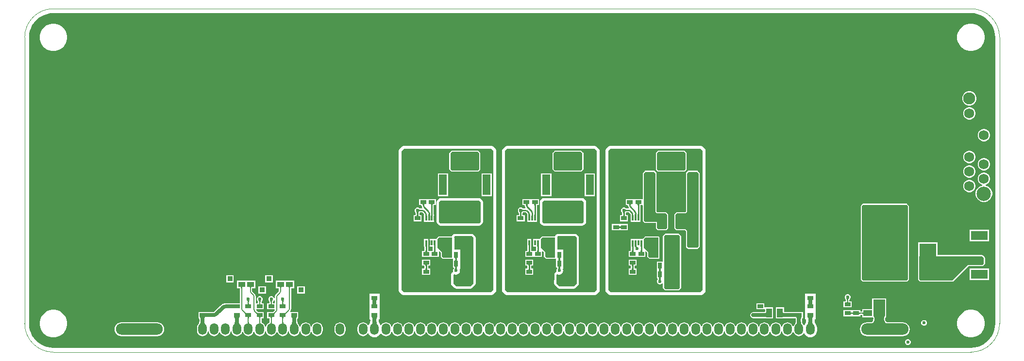
<source format=gbl>
G04*
G04 #@! TF.GenerationSoftware,Altium Limited,Altium Designer,23.4.1 (23)*
G04*
G04 Layer_Physical_Order=4*
G04 Layer_Color=16737792*
%FSLAX44Y44*%
%MOMM*%
G71*
G04*
G04 #@! TF.SameCoordinates,DBF187C1-C023-4FEC-B3DF-6A61137768AB*
G04*
G04*
G04 #@! TF.FilePolarity,Positive*
G04*
G01*
G75*
%ADD11C,0.1000*%
%ADD18R,0.9906X0.6604*%
%ADD32C,0.2000*%
%ADD34O,2.2500X2.0000*%
%ADD35R,4.0000X2.0000*%
%ADD36O,1.5000X2.0000*%
%ADD38C,2.1000*%
%ADD39C,1.7500*%
%ADD40C,2.5000*%
%ADD41C,1.5000*%
%ADD42C,0.6000*%
%ADD43C,0.7000*%
%ADD44C,1.5000*%
%ADD45C,0.6600*%
%ADD46C,1.0000*%
%ADD48C,0.2540*%
%ADD49R,1.4000X3.6000*%
%ADD50R,3.6000X1.4000*%
%ADD51R,1.4000X3.6000*%
%ADD52R,1.0000X1.5000*%
%ADD53R,2.9000X2.0500*%
%ADD54R,0.9144X0.9144*%
%ADD55R,1.2700X0.9144*%
%ADD56R,1.6400X1.4000*%
%ADD57R,0.3050X0.8890*%
G04:AMPARAMS|DCode=58|XSize=0.889mm|YSize=0.305mm|CornerRadius=0mm|HoleSize=0mm|Usage=FLASHONLY|Rotation=90.000|XOffset=0mm|YOffset=0mm|HoleType=Round|Shape=Octagon|*
%AMOCTAGOND58*
4,1,8,0.0763,0.4445,-0.0763,0.4445,-0.1525,0.3683,-0.1525,-0.3683,-0.0763,-0.4445,0.0763,-0.4445,0.1525,-0.3683,0.1525,0.3683,0.0763,0.4445,0.0*
%
%ADD58OCTAGOND58*%

%ADD59R,2.8450X1.6150*%
%ADD60R,4.0000X2.0000*%
%ADD61R,3.0000X6.0000*%
%ADD62R,1.0000X20.0000*%
%ADD63R,30.0000X1.0000*%
%ADD64R,3.0000X1.6000*%
%ADD65R,5.5000X1.0000*%
%ADD66R,1.1938X1.8796*%
%ADD67R,0.6604X0.9906*%
%ADD68R,1.4000X1.6400*%
%ADD69R,1.5000X1.0000*%
%ADD70R,2.0500X2.9000*%
G36*
X1650000Y592451D02*
Y592451D01*
X1651242Y592383D01*
X1655543Y592101D01*
X1660990Y591017D01*
X1666250Y589231D01*
X1671232Y586775D01*
X1675850Y583689D01*
X1680027Y580027D01*
X1683689Y575850D01*
X1686775Y571232D01*
X1689232Y566250D01*
X1691017Y560990D01*
X1692101Y555543D01*
X1692461Y550049D01*
X1692451Y550000D01*
Y50000D01*
X1692461Y49951D01*
X1692101Y44457D01*
X1691017Y39009D01*
X1689232Y33750D01*
X1686775Y28768D01*
X1683689Y24150D01*
X1680027Y19973D01*
X1675850Y16311D01*
X1671232Y13225D01*
X1666250Y10768D01*
X1660990Y8983D01*
X1655543Y7899D01*
X1650049Y7539D01*
X1650000Y7549D01*
X50000D01*
X49951Y7539D01*
X44457Y7899D01*
X39009Y8983D01*
X33750Y10768D01*
X28768Y13225D01*
X24150Y16311D01*
X19973Y19973D01*
X16311Y24150D01*
X13225Y28768D01*
X10769Y33750D01*
X8983Y39009D01*
X7899Y44457D01*
X7618Y48751D01*
X7549Y50000D01*
X7549Y50000D01*
X7549Y51255D01*
Y548737D01*
X7549Y548749D01*
X7549Y550000D01*
X7617Y551242D01*
X7899Y555543D01*
X8983Y560990D01*
X10769Y566250D01*
X13225Y571232D01*
X16311Y575850D01*
X19973Y580027D01*
X24150Y583689D01*
X28768Y586775D01*
X33750Y589231D01*
X39009Y591017D01*
X44457Y592101D01*
X48748Y592382D01*
X50000Y592451D01*
X50000Y592451D01*
X51251Y592451D01*
X1648742D01*
X1650000Y592451D01*
D02*
G37*
%LPC*%
G36*
X1652364Y574000D02*
X1647636D01*
X1643000Y573078D01*
X1638632Y571269D01*
X1634701Y568642D01*
X1631358Y565299D01*
X1628732Y561368D01*
X1626922Y557001D01*
X1626000Y552364D01*
Y547636D01*
X1626922Y542999D01*
X1628732Y538632D01*
X1631358Y534701D01*
X1634701Y531358D01*
X1638632Y528731D01*
X1643000Y526922D01*
X1647636Y526000D01*
X1652364D01*
X1657000Y526922D01*
X1661368Y528731D01*
X1665299Y531358D01*
X1668642Y534701D01*
X1671268Y538632D01*
X1673078Y542999D01*
X1674000Y547636D01*
Y552364D01*
X1673078Y557001D01*
X1671268Y561368D01*
X1668642Y565299D01*
X1665299Y568642D01*
X1661368Y571269D01*
X1657000Y573078D01*
X1652364Y574000D01*
D02*
G37*
G36*
X52364D02*
X47636D01*
X43000Y573078D01*
X38632Y571269D01*
X34701Y568642D01*
X31358Y565299D01*
X28732Y561368D01*
X26922Y557001D01*
X26000Y552364D01*
Y547636D01*
X26922Y542999D01*
X28732Y538632D01*
X31358Y534701D01*
X34701Y531358D01*
X38632Y528731D01*
X43000Y526922D01*
X47636Y526000D01*
X52364D01*
X57000Y526922D01*
X61368Y528731D01*
X65299Y531358D01*
X68642Y534701D01*
X71269Y538632D01*
X73078Y542999D01*
X74000Y547636D01*
Y552364D01*
X73078Y557001D01*
X71269Y561368D01*
X68642Y565299D01*
X65299Y568642D01*
X61368Y571269D01*
X57000Y573078D01*
X52364Y574000D01*
D02*
G37*
G36*
X1648946Y455650D02*
X1645654D01*
X1642475Y454798D01*
X1639625Y453153D01*
X1637298Y450825D01*
X1635652Y447975D01*
X1634800Y444796D01*
Y441504D01*
X1635652Y438325D01*
X1637298Y435475D01*
X1639625Y433148D01*
X1642475Y431502D01*
X1645654Y430650D01*
X1648946D01*
X1652125Y431502D01*
X1654975Y433148D01*
X1657303Y435475D01*
X1658948Y438325D01*
X1659800Y441504D01*
Y444796D01*
X1658948Y447975D01*
X1657303Y450825D01*
X1654975Y453153D01*
X1652125Y454798D01*
X1648946Y455650D01*
D02*
G37*
G36*
X1648715Y427900D02*
X1645885D01*
X1643151Y427167D01*
X1640699Y425752D01*
X1638698Y423751D01*
X1637283Y421299D01*
X1636550Y418565D01*
Y415735D01*
X1637283Y413001D01*
X1638698Y410549D01*
X1640699Y408548D01*
X1643151Y407133D01*
X1645885Y406400D01*
X1648715D01*
X1651449Y407133D01*
X1653901Y408548D01*
X1655902Y410549D01*
X1657317Y413001D01*
X1658050Y415735D01*
Y418565D01*
X1657317Y421299D01*
X1655902Y423751D01*
X1653901Y425752D01*
X1651449Y427167D01*
X1648715Y427900D01*
D02*
G37*
G36*
X1674115Y389800D02*
X1671285D01*
X1668551Y389067D01*
X1666099Y387652D01*
X1664098Y385651D01*
X1662683Y383199D01*
X1661950Y380465D01*
Y377635D01*
X1662683Y374901D01*
X1664098Y372449D01*
X1666099Y370448D01*
X1668551Y369033D01*
X1671285Y368300D01*
X1674115D01*
X1676849Y369033D01*
X1679301Y370448D01*
X1681302Y372449D01*
X1682717Y374901D01*
X1683450Y377635D01*
Y380465D01*
X1682717Y383199D01*
X1681302Y385651D01*
X1679301Y387652D01*
X1676849Y389067D01*
X1674115Y389800D01*
D02*
G37*
G36*
X1648715Y351700D02*
X1645885D01*
X1643151Y350967D01*
X1640699Y349552D01*
X1638698Y347551D01*
X1637283Y345099D01*
X1636550Y342365D01*
Y339535D01*
X1637283Y336801D01*
X1638698Y334349D01*
X1640699Y332348D01*
X1643151Y330933D01*
X1645885Y330200D01*
X1648715D01*
X1651449Y330933D01*
X1653901Y332348D01*
X1655902Y334349D01*
X1657317Y336801D01*
X1658050Y339535D01*
Y342365D01*
X1657317Y345099D01*
X1655902Y347551D01*
X1653901Y349552D01*
X1651449Y350967D01*
X1648715Y351700D01*
D02*
G37*
G36*
X1674115Y339000D02*
X1671285D01*
X1668551Y338267D01*
X1666099Y336852D01*
X1664098Y334851D01*
X1662683Y332399D01*
X1661950Y329665D01*
Y326835D01*
X1662683Y324101D01*
X1664098Y321649D01*
X1666099Y319648D01*
X1668551Y318233D01*
X1671285Y317500D01*
X1674115D01*
X1676849Y318233D01*
X1679301Y319648D01*
X1681302Y321649D01*
X1682717Y324101D01*
X1683450Y326835D01*
Y329665D01*
X1682717Y332399D01*
X1681302Y334851D01*
X1679301Y336852D01*
X1676849Y338267D01*
X1674115Y339000D01*
D02*
G37*
G36*
X1648715Y326300D02*
X1645885D01*
X1643151Y325567D01*
X1640699Y324152D01*
X1638698Y322151D01*
X1637283Y319699D01*
X1636550Y316965D01*
Y314135D01*
X1637283Y311401D01*
X1638698Y308949D01*
X1640699Y306948D01*
X1643151Y305533D01*
X1645885Y304800D01*
X1648715D01*
X1651449Y305533D01*
X1653901Y306948D01*
X1655902Y308949D01*
X1657317Y311401D01*
X1658050Y314135D01*
Y316965D01*
X1657317Y319699D01*
X1655902Y322151D01*
X1653901Y324152D01*
X1651449Y325567D01*
X1648715Y326300D01*
D02*
G37*
G36*
Y300900D02*
X1645885D01*
X1643151Y300167D01*
X1640699Y298752D01*
X1638698Y296751D01*
X1637283Y294299D01*
X1636550Y291565D01*
Y288735D01*
X1637283Y286001D01*
X1638698Y283549D01*
X1640699Y281548D01*
X1643151Y280133D01*
X1645885Y279400D01*
X1648715D01*
X1651449Y280133D01*
X1653901Y281548D01*
X1655902Y283549D01*
X1657317Y286001D01*
X1658050Y288735D01*
Y291565D01*
X1657317Y294299D01*
X1655902Y296751D01*
X1653901Y298752D01*
X1651449Y300167D01*
X1648715Y300900D01*
D02*
G37*
G36*
X1674115Y313600D02*
X1671285D01*
X1668551Y312867D01*
X1666099Y311452D01*
X1664098Y309451D01*
X1662683Y306999D01*
X1661950Y304265D01*
Y301435D01*
X1662683Y298701D01*
X1664098Y296249D01*
X1666099Y294248D01*
X1668551Y292833D01*
X1669984Y292449D01*
Y291134D01*
X1667103Y290362D01*
X1663797Y288453D01*
X1661097Y285753D01*
X1659188Y282447D01*
X1658200Y278759D01*
Y274941D01*
X1659188Y271253D01*
X1661097Y267947D01*
X1663797Y265247D01*
X1667103Y263338D01*
X1670791Y262350D01*
X1674609D01*
X1678297Y263338D01*
X1681603Y265247D01*
X1684303Y267947D01*
X1686212Y271253D01*
X1687200Y274941D01*
Y278759D01*
X1686212Y282447D01*
X1684303Y285753D01*
X1681603Y288453D01*
X1678297Y290362D01*
X1675416Y291134D01*
Y292449D01*
X1676849Y292833D01*
X1679301Y294248D01*
X1681302Y296249D01*
X1682717Y298701D01*
X1683450Y301435D01*
Y304265D01*
X1682717Y306999D01*
X1681302Y309451D01*
X1679301Y311452D01*
X1676849Y312867D01*
X1674115Y313600D01*
D02*
G37*
G36*
X1682000Y214000D02*
X1648000D01*
Y194000D01*
X1682000D01*
Y214000D01*
D02*
G37*
G36*
Y146000D02*
X1648000D01*
Y126000D01*
X1682000D01*
Y146000D01*
D02*
G37*
G36*
X1592000Y192000D02*
X1558000D01*
Y167697D01*
X1557961Y167500D01*
X1557961Y127500D01*
X1558116Y126720D01*
X1558558Y126058D01*
X1558558Y126058D01*
X1561058Y123558D01*
X1561058Y123558D01*
X1561720Y123116D01*
X1562500Y122961D01*
X1617500D01*
X1618280Y123116D01*
X1618942Y123558D01*
X1618942Y123558D01*
X1645845Y150461D01*
X1670000D01*
X1670780Y150616D01*
X1671442Y151058D01*
X1673942Y153558D01*
X1673942Y153558D01*
X1674384Y154220D01*
X1674539Y155000D01*
X1674539Y165000D01*
X1674539Y165000D01*
X1674384Y165780D01*
X1673942Y166442D01*
X1671442Y168942D01*
X1670780Y169384D01*
X1670000Y169539D01*
X1593120Y169539D01*
X1592000Y170793D01*
Y192000D01*
D02*
G37*
G36*
X1462500Y259539D02*
X1461720Y259384D01*
X1461058Y258942D01*
X1458558Y256442D01*
X1458558Y256442D01*
X1458116Y255780D01*
X1457961Y255000D01*
Y127500D01*
X1458116Y126720D01*
X1458558Y126058D01*
X1458558Y126058D01*
X1461058Y123558D01*
X1461720Y123116D01*
X1462500Y122961D01*
X1537500Y122961D01*
X1538280Y123116D01*
X1538942Y123558D01*
X1538942Y123558D01*
X1541442Y126058D01*
X1541884Y126720D01*
X1542039Y127500D01*
Y190000D01*
X1542039Y255000D01*
X1542039Y255000D01*
X1541884Y255780D01*
X1541442Y256442D01*
X1538942Y258942D01*
X1538280Y259384D01*
X1537500Y259539D01*
X1462500D01*
X1462500Y259539D01*
D02*
G37*
G36*
X432572Y134572D02*
X419428D01*
Y121428D01*
X432572D01*
Y134572D01*
D02*
G37*
G36*
X364572D02*
X351428D01*
Y121428D01*
X364572D01*
Y134572D01*
D02*
G37*
G36*
X488572Y115268D02*
X475428D01*
Y102124D01*
X488572D01*
Y115268D01*
D02*
G37*
G36*
X420572Y115268D02*
X407428D01*
Y102124D01*
X420572D01*
Y115268D01*
D02*
G37*
G36*
X470030Y124920D02*
X453330D01*
Y124920D01*
X437970D01*
Y111776D01*
X443261D01*
Y106291D01*
X443223Y106275D01*
X443183Y106178D01*
X443199Y106140D01*
X438209Y101151D01*
X438197Y101150D01*
X438164Y101183D01*
X436848Y99214D01*
X436382Y96873D01*
X436441D01*
Y85302D01*
X433059D01*
Y87072D01*
X433078Y87276D01*
X433125Y87563D01*
X433190Y87840D01*
X433273Y88111D01*
X433376Y88378D01*
X433497Y88642D01*
X433640Y88904D01*
X433805Y89165D01*
X433986Y89415D01*
X434239Y89668D01*
X435000Y91505D01*
Y93495D01*
X434239Y95332D01*
X432832Y96739D01*
X430994Y97500D01*
X429005D01*
X427168Y96739D01*
X425761Y95332D01*
X425000Y93495D01*
Y91505D01*
X425761Y89668D01*
X426013Y89415D01*
X426195Y89165D01*
X426360Y88904D01*
X426503Y88642D01*
X426624Y88378D01*
X426726Y88111D01*
X426810Y87840D01*
X426875Y87562D01*
X426922Y87276D01*
X426941Y87072D01*
Y85302D01*
X423047D01*
Y74698D01*
X435747D01*
X436140Y73995D01*
X436247Y73428D01*
X433120Y70301D01*
X432798Y70002D01*
X432556Y69809D01*
X432556Y69808D01*
X432138D01*
X432094Y69817D01*
X432050Y69808D01*
X423047D01*
Y59204D01*
X426941D01*
Y51516D01*
X425209Y50798D01*
X423225Y49275D01*
X421702Y47291D01*
X420745Y44980D01*
X420640Y44190D01*
X419360D01*
X419255Y44980D01*
X418298Y47291D01*
X416776Y49275D01*
X414791Y50798D01*
X413059Y51516D01*
Y59204D01*
X416953D01*
Y69808D01*
X407592D01*
X407103Y70223D01*
X403962Y73363D01*
X403899Y73430D01*
X404424Y74698D01*
X416953D01*
Y85302D01*
X413059D01*
Y87072D01*
X413078Y87276D01*
X413125Y87562D01*
X413190Y87840D01*
X413273Y88111D01*
X413376Y88378D01*
X413497Y88642D01*
X413640Y88904D01*
X413805Y89165D01*
X413986Y89415D01*
X414239Y89668D01*
X415000Y91505D01*
Y93495D01*
X414239Y95332D01*
X412832Y96739D01*
X410994Y97500D01*
X409005D01*
X407168Y96739D01*
X405761Y95332D01*
X405000Y93495D01*
Y91505D01*
X405761Y89668D01*
X406013Y89415D01*
X406194Y89165D01*
X406360Y88904D01*
X406503Y88642D01*
X406624Y88378D01*
X406726Y88111D01*
X406810Y87840D01*
X406875Y87562D01*
X406922Y87276D01*
X406941Y87072D01*
Y85302D01*
X403089D01*
Y97095D01*
X403148D01*
X402682Y99436D01*
X401366Y101405D01*
X401333Y101371D01*
X401321Y101372D01*
X401320Y101372D01*
X396801Y105892D01*
X396818Y105930D01*
X396777Y106027D01*
X396739Y106043D01*
Y111776D01*
X402030D01*
Y124920D01*
X385330D01*
Y124920D01*
X369970D01*
Y111776D01*
X375261D01*
Y85302D01*
X370512D01*
X370000Y85404D01*
X351601D01*
X351299Y85344D01*
X348621Y85080D01*
X345756Y84211D01*
X343115Y82800D01*
X341059Y81112D01*
X340798Y80937D01*
X340798Y80937D01*
X340790Y80933D01*
X339899Y80041D01*
X331073Y71216D01*
X330986Y71085D01*
X329651Y70193D01*
X328067Y69878D01*
X327905Y69910D01*
X310000D01*
X309488Y69808D01*
X303047D01*
Y61278D01*
X303038Y61234D01*
X303047Y61191D01*
Y59204D01*
X304279D01*
X304314Y59089D01*
X304418Y58573D01*
X304596Y56396D01*
Y54381D01*
X304555Y53895D01*
X304427Y53010D01*
X304249Y52169D01*
X304023Y51371D01*
X303749Y50616D01*
X303429Y49900D01*
X303062Y49221D01*
X302646Y48576D01*
X302135Y47903D01*
X302072Y47773D01*
X301702Y47291D01*
X300744Y44980D01*
X300418Y42500D01*
Y37500D01*
X300744Y35020D01*
X301702Y32709D01*
X303225Y30724D01*
X305209Y29202D01*
X307520Y28245D01*
X310000Y27918D01*
X312480Y28245D01*
X314791Y29202D01*
X316775Y30724D01*
X318298Y32709D01*
X319255Y35020D01*
X319359Y35810D01*
X320640D01*
X320745Y35020D01*
X321702Y32709D01*
X323225Y30724D01*
X325209Y29202D01*
X327520Y28245D01*
X330000Y27918D01*
X332480Y28245D01*
X334791Y29202D01*
X336776Y30724D01*
X338298Y32709D01*
X339255Y35020D01*
X339360Y35810D01*
X340640D01*
X340745Y35020D01*
X341702Y32709D01*
X343225Y30724D01*
X345209Y29202D01*
X347520Y28245D01*
X350000Y27918D01*
X352480Y28245D01*
X354791Y29202D01*
X356776Y30724D01*
X358298Y32709D01*
X359255Y35020D01*
X359360Y35810D01*
X360640D01*
X360745Y35020D01*
X361702Y32709D01*
X363225Y30725D01*
X365209Y29202D01*
X367520Y28245D01*
X370000Y27918D01*
X372480Y28245D01*
X374791Y29202D01*
X376776Y30725D01*
X378298Y32709D01*
X379255Y35020D01*
X379360Y35811D01*
X380641D01*
X380745Y35020D01*
X381702Y32709D01*
X383225Y30724D01*
X385209Y29202D01*
X387520Y28245D01*
X390000Y27918D01*
X392480Y28245D01*
X394791Y29202D01*
X396776Y30724D01*
X398298Y32709D01*
X399256Y35020D01*
X399360Y35810D01*
X400641D01*
X400745Y35020D01*
X401702Y32709D01*
X403225Y30725D01*
X405209Y29202D01*
X407520Y28245D01*
X410000Y27918D01*
X412480Y28245D01*
X414791Y29202D01*
X416776Y30725D01*
X418298Y32709D01*
X419255Y35020D01*
X419360Y35810D01*
X420640D01*
X420745Y35020D01*
X421702Y32709D01*
X423225Y30724D01*
X425209Y29202D01*
X427520Y28245D01*
X430000Y27918D01*
X432480Y28245D01*
X434791Y29202D01*
X436776Y30724D01*
X438298Y32709D01*
X439255Y35020D01*
X439360Y35811D01*
X440640D01*
X440745Y35020D01*
X441702Y32709D01*
X443225Y30724D01*
X445209Y29202D01*
X447520Y28245D01*
X450000Y27918D01*
X452480Y28245D01*
X454791Y29202D01*
X456776Y30724D01*
X458298Y32709D01*
X459255Y35020D01*
X459360Y35811D01*
X460641D01*
X460745Y35020D01*
X461702Y32709D01*
X463225Y30725D01*
X465209Y29202D01*
X467520Y28245D01*
X470000Y27918D01*
X472480Y28245D01*
X474791Y29202D01*
X476776Y30725D01*
X478298Y32709D01*
X479256Y35020D01*
X479360Y35811D01*
X480641D01*
X480745Y35020D01*
X481702Y32709D01*
X483225Y30724D01*
X485209Y29202D01*
X487520Y28245D01*
X490000Y27918D01*
X492480Y28245D01*
X494791Y29202D01*
X496776Y30724D01*
X498298Y32709D01*
X499256Y35020D01*
X499360Y35810D01*
X500641D01*
X500745Y35020D01*
X501702Y32709D01*
X503225Y30724D01*
X505209Y29202D01*
X507520Y28245D01*
X510000Y27918D01*
X512480Y28245D01*
X514791Y29202D01*
X516776Y30724D01*
X518298Y32709D01*
X519256Y35020D01*
X519582Y37500D01*
Y42500D01*
X519256Y44980D01*
X518298Y47291D01*
X516776Y49275D01*
X514791Y50798D01*
X512480Y51755D01*
X510000Y52082D01*
X507520Y51755D01*
X505209Y50798D01*
X503225Y49275D01*
X501702Y47291D01*
X500745Y44980D01*
X500641Y44190D01*
X499360D01*
X499256Y44980D01*
X498298Y47291D01*
X496776Y49275D01*
X494791Y50798D01*
X492480Y51755D01*
X490000Y52082D01*
X487520Y51755D01*
X485209Y50798D01*
X483225Y49275D01*
X481702Y47291D01*
X480745Y44980D01*
X480641Y44189D01*
X479360D01*
X479256Y44980D01*
X478298Y47291D01*
X477928Y47773D01*
X477865Y47903D01*
X477354Y48577D01*
X476938Y49221D01*
X476571Y49900D01*
X476251Y50616D01*
X475977Y51371D01*
X475751Y52169D01*
X475573Y53010D01*
X475445Y53895D01*
X475404Y54382D01*
Y56614D01*
X475477Y57804D01*
X475572Y58524D01*
X475686Y59089D01*
X475720Y59204D01*
X476953D01*
Y61191D01*
X476962Y61234D01*
X476953Y61278D01*
Y69808D01*
X470512D01*
X470000Y69910D01*
X469488Y69808D01*
X464257D01*
X463056Y69827D01*
X463044Y69840D01*
X462986Y71024D01*
X462975Y71383D01*
X463016Y71468D01*
X463057Y71528D01*
X464332Y73437D01*
X464798Y75778D01*
X464739D01*
Y111776D01*
X470030D01*
Y124920D01*
D02*
G37*
G36*
X1180002Y360047D02*
X1019998D01*
X1019023Y359853D01*
X1018196Y359301D01*
X1013196Y354301D01*
X1012643Y353474D01*
X1012449Y352499D01*
Y107502D01*
X1012643Y106526D01*
X1013196Y105699D01*
X1018197Y100698D01*
X1019024Y100145D01*
X1020000Y99951D01*
X1180000D01*
X1180975Y100145D01*
X1181802Y100698D01*
X1186802Y105698D01*
X1187355Y106525D01*
X1187549Y107500D01*
Y352500D01*
X1187355Y353476D01*
X1186802Y354303D01*
X1181804Y359301D01*
X1180977Y359853D01*
X1180002Y360047D01*
D02*
G37*
G36*
X994999Y360048D02*
X839999D01*
X839024Y359854D01*
X838197Y359302D01*
X833197Y354302D01*
X832644Y353475D01*
X832450Y352499D01*
Y107501D01*
X832644Y106525D01*
X833197Y105698D01*
X838197Y100698D01*
X839025Y100145D01*
X840000Y99951D01*
X995000D01*
X995975Y100145D01*
X996802Y100698D01*
X1001802Y105697D01*
X1002354Y106524D01*
X1002548Y107499D01*
Y352499D01*
X1002354Y353475D01*
X1001802Y354302D01*
X996802Y359302D01*
X995975Y359854D01*
X994999Y360048D01*
D02*
G37*
G36*
X815000Y360049D02*
X660000D01*
X659025Y359855D01*
X658198Y359302D01*
X653198Y354302D01*
X652645Y353475D01*
X652451Y352500D01*
Y107500D01*
X652645Y106524D01*
X653198Y105698D01*
X658198Y100698D01*
X659025Y100145D01*
X660000Y99951D01*
X815000D01*
X815975Y100145D01*
X816802Y100698D01*
X821802Y105698D01*
X822355Y106524D01*
X822549Y107500D01*
Y352500D01*
X822355Y353475D01*
X821802Y354302D01*
X816802Y359302D01*
X815975Y359855D01*
X815000Y360049D01*
D02*
G37*
G36*
X1435995Y100994D02*
X1434005D01*
X1432168Y100233D01*
X1430761Y98826D01*
X1430000Y96989D01*
Y94999D01*
X1430761Y93162D01*
X1431013Y92909D01*
X1431194Y92659D01*
X1431360Y92398D01*
X1431503Y92135D01*
X1431624Y91872D01*
X1431727Y91606D01*
X1431810Y91334D01*
X1431875Y91056D01*
X1431922Y90770D01*
X1431941Y90566D01*
Y88796D01*
X1428047D01*
Y78192D01*
X1441953D01*
Y88796D01*
X1438059D01*
Y90566D01*
X1438078Y90770D01*
X1438125Y91056D01*
X1438190Y91334D01*
X1438273Y91606D01*
X1438376Y91872D01*
X1438497Y92136D01*
X1438640Y92397D01*
X1438806Y92659D01*
X1438987Y92909D01*
X1439239Y93162D01*
X1440000Y94999D01*
Y96989D01*
X1439239Y98826D01*
X1437832Y100233D01*
X1435995Y100994D01*
D02*
G37*
G36*
X1502464Y94000D02*
X1477964D01*
Y75000D01*
X1460394D01*
Y71059D01*
X1456953D01*
Y73302D01*
X1443047D01*
Y73302D01*
X1441953D01*
Y73302D01*
X1428047D01*
Y62698D01*
X1441953D01*
Y62698D01*
X1443047D01*
Y62698D01*
X1456953D01*
Y64941D01*
X1460394D01*
Y61000D01*
X1479430D01*
X1479505Y60862D01*
X1479767Y60083D01*
X1480012Y58979D01*
X1480088Y58003D01*
X1480043Y57737D01*
X1479577Y56002D01*
X1479013Y54619D01*
X1478379Y53580D01*
X1477706Y52854D01*
X1476993Y52378D01*
X1476186Y52092D01*
X1475313Y52000D01*
X1472037D01*
X1471250Y52104D01*
X1468750D01*
X1465617Y51691D01*
X1462698Y50482D01*
X1460191Y48559D01*
X1458268Y46052D01*
X1457059Y43133D01*
X1456647Y40000D01*
X1457059Y36867D01*
X1458268Y33948D01*
X1460191Y31442D01*
X1462698Y29518D01*
X1465617Y28309D01*
X1468750Y27896D01*
X1471250D01*
X1472037Y28000D01*
X1512000D01*
Y28000D01*
X1527963D01*
X1528750Y27896D01*
X1531250D01*
X1534383Y28309D01*
X1537302Y29518D01*
X1539809Y31442D01*
X1541732Y33948D01*
X1542941Y36867D01*
X1543354Y40000D01*
X1542941Y43133D01*
X1541732Y46052D01*
X1539809Y48559D01*
X1537302Y50482D01*
X1534383Y51691D01*
X1531250Y52104D01*
X1528750D01*
X1527964Y52000D01*
X1505120D01*
X1504245Y52094D01*
X1503436Y52381D01*
X1502722Y52860D01*
X1502049Y53587D01*
X1501415Y54626D01*
X1500850Y56010D01*
X1500384Y57744D01*
X1500301Y58242D01*
X1500400Y58910D01*
X1500660Y60083D01*
X1500922Y60862D01*
X1500997Y61000D01*
X1502464D01*
Y62987D01*
X1502472Y63031D01*
X1502464Y63074D01*
Y94000D01*
D02*
G37*
G36*
X1289953Y85302D02*
X1276047D01*
Y74698D01*
X1289730D01*
X1289953Y74698D01*
X1291000Y74160D01*
Y71018D01*
X1290992Y70940D01*
X1290958Y70846D01*
X1290901Y70761D01*
X1290762Y70633D01*
X1290478Y70460D01*
X1290018Y70273D01*
X1289375Y70100D01*
X1288557Y69964D01*
X1287959Y69912D01*
X1283002D01*
X1283000Y69911D01*
X1282998Y69912D01*
X1270492D01*
X1268424Y69500D01*
X1266671Y68329D01*
X1265499Y66576D01*
X1265088Y64508D01*
X1265499Y62440D01*
X1266671Y60687D01*
X1268424Y59516D01*
X1270492Y59104D01*
X1282990D01*
X1283000Y59102D01*
X1283010Y59104D01*
X1296300D01*
X1296802Y59204D01*
X1305000D01*
Y78204D01*
X1291223D01*
X1291000Y78204D01*
X1289953Y78742D01*
Y85302D01*
D02*
G37*
G36*
X231250Y52104D02*
X228750D01*
X227964Y52000D01*
X188000D01*
Y52000D01*
X172037D01*
X171250Y52104D01*
X168750D01*
X165617Y51691D01*
X162698Y50482D01*
X160191Y48559D01*
X158268Y46052D01*
X157059Y43133D01*
X156646Y40000D01*
X157059Y36867D01*
X158268Y33948D01*
X160191Y31442D01*
X162698Y29518D01*
X165617Y28309D01*
X168750Y27896D01*
X171250D01*
X172037Y28000D01*
X212000D01*
Y28000D01*
X227964D01*
X228750Y27896D01*
X231250D01*
X234383Y28309D01*
X237302Y29518D01*
X239809Y31442D01*
X241732Y33948D01*
X242941Y36867D01*
X243354Y40000D01*
X242941Y43133D01*
X241732Y46052D01*
X239809Y48559D01*
X237302Y50482D01*
X234383Y51691D01*
X231250Y52104D01*
D02*
G37*
G36*
X1370000Y101869D02*
X1369537Y101808D01*
X1361047D01*
Y87204D01*
X1361047D01*
Y73078D01*
X1361047Y71808D01*
X1361047Y71428D01*
Y61475D01*
X1360999Y61234D01*
X1361047Y60994D01*
Y57204D01*
X1362484D01*
X1362608Y55696D01*
X1362611Y55454D01*
X1362597Y54940D01*
X1362529Y54127D01*
X1362419Y53368D01*
X1362269Y52658D01*
X1362081Y51997D01*
X1361858Y51380D01*
X1361599Y50803D01*
X1361306Y50260D01*
X1360975Y49747D01*
X1360511Y49135D01*
X1360363Y48830D01*
X1359955Y48300D01*
X1359538Y47291D01*
X1359215D01*
X1358211Y47406D01*
X1357929Y47773D01*
X1357866Y47903D01*
X1357354Y48577D01*
X1356939Y49221D01*
X1356572Y49900D01*
X1356251Y50616D01*
X1355978Y51371D01*
X1355752Y52169D01*
X1355574Y53010D01*
X1355445Y53895D01*
X1355404Y54388D01*
Y56613D01*
X1355477Y57804D01*
X1355572Y58523D01*
X1355686Y59089D01*
X1355721Y59204D01*
X1356953D01*
Y61191D01*
X1356962Y61234D01*
X1356953Y61278D01*
Y69808D01*
X1350512D01*
X1350000Y69910D01*
X1327041D01*
X1326443Y69963D01*
X1325625Y70098D01*
X1324982Y70271D01*
X1324522Y70458D01*
X1324238Y70631D01*
X1324099Y70759D01*
X1324042Y70844D01*
X1324008Y70938D01*
X1324000Y71016D01*
Y78204D01*
X1310000D01*
Y59204D01*
X1320218D01*
X1320730Y59102D01*
X1344310D01*
X1344314Y59089D01*
X1344418Y58573D01*
X1344596Y56396D01*
Y54373D01*
X1344556Y53895D01*
X1344427Y53010D01*
X1344249Y52169D01*
X1344023Y51371D01*
X1343750Y50616D01*
X1343430Y49900D01*
X1343062Y49221D01*
X1342647Y48577D01*
X1342135Y47903D01*
X1342073Y47773D01*
X1341702Y47291D01*
X1340745Y44980D01*
X1340641Y44190D01*
X1339360D01*
X1339256Y44980D01*
X1338299Y47291D01*
X1336776Y49275D01*
X1334792Y50798D01*
X1332481Y51755D01*
X1330001Y52082D01*
X1327521Y51755D01*
X1325210Y50798D01*
X1323225Y49275D01*
X1321702Y47291D01*
X1320745Y44980D01*
X1320641Y44189D01*
X1319360D01*
X1319256Y44980D01*
X1318299Y47291D01*
X1316776Y49275D01*
X1314792Y50798D01*
X1312480Y51755D01*
X1310000Y52082D01*
X1307520Y51755D01*
X1305210Y50798D01*
X1303225Y49275D01*
X1301702Y47291D01*
X1300745Y44980D01*
X1300641Y44190D01*
X1299360D01*
X1299256Y44980D01*
X1298299Y47291D01*
X1296776Y49275D01*
X1294792Y50798D01*
X1292481Y51755D01*
X1290001Y52082D01*
X1287521Y51755D01*
X1285210Y50798D01*
X1283225Y49275D01*
X1281702Y47291D01*
X1280745Y44980D01*
X1280641Y44189D01*
X1279360D01*
X1279256Y44980D01*
X1278299Y47291D01*
X1276776Y49275D01*
X1274791Y50798D01*
X1272480Y51755D01*
X1270001Y52082D01*
X1267521Y51755D01*
X1265210Y50798D01*
X1263225Y49275D01*
X1261702Y47291D01*
X1260745Y44980D01*
X1260641Y44189D01*
X1259360D01*
X1259256Y44980D01*
X1258299Y47291D01*
X1256776Y49275D01*
X1254791Y50798D01*
X1252480Y51755D01*
X1250001Y52082D01*
X1247521Y51755D01*
X1245210Y50798D01*
X1243225Y49275D01*
X1241702Y47291D01*
X1240745Y44980D01*
X1240641Y44190D01*
X1239360D01*
X1239256Y44980D01*
X1238299Y47291D01*
X1236776Y49275D01*
X1234791Y50798D01*
X1232480Y51755D01*
X1230001Y52082D01*
X1227521Y51755D01*
X1225210Y50798D01*
X1223225Y49275D01*
X1221702Y47291D01*
X1220745Y44980D01*
X1220641Y44189D01*
X1219360D01*
X1219256Y44980D01*
X1218299Y47291D01*
X1216776Y49275D01*
X1214791Y50798D01*
X1212480Y51755D01*
X1210001Y52082D01*
X1207521Y51755D01*
X1205210Y50798D01*
X1203225Y49275D01*
X1201702Y47291D01*
X1200745Y44980D01*
X1200641Y44190D01*
X1199360D01*
X1199256Y44980D01*
X1198299Y47291D01*
X1196776Y49275D01*
X1194791Y50798D01*
X1192480Y51755D01*
X1190001Y52082D01*
X1187521Y51755D01*
X1185210Y50798D01*
X1183225Y49275D01*
X1181702Y47291D01*
X1180745Y44980D01*
X1180641Y44190D01*
X1179360D01*
X1179256Y44980D01*
X1178299Y47291D01*
X1176776Y49275D01*
X1174791Y50798D01*
X1172480Y51755D01*
X1170001Y52082D01*
X1167521Y51755D01*
X1165210Y50798D01*
X1163225Y49275D01*
X1161702Y47291D01*
X1160745Y44980D01*
X1160641Y44190D01*
X1159360D01*
X1159256Y44980D01*
X1158299Y47291D01*
X1156776Y49275D01*
X1154791Y50798D01*
X1152480Y51755D01*
X1150001Y52082D01*
X1147521Y51755D01*
X1145210Y50798D01*
X1143225Y49275D01*
X1141702Y47291D01*
X1140745Y44980D01*
X1140641Y44189D01*
X1139360D01*
X1139256Y44980D01*
X1138299Y47291D01*
X1136776Y49275D01*
X1134791Y50798D01*
X1132480Y51755D01*
X1130001Y52082D01*
X1127521Y51755D01*
X1125210Y50798D01*
X1123225Y49275D01*
X1121702Y47291D01*
X1120745Y44980D01*
X1120641Y44190D01*
X1119360D01*
X1119256Y44980D01*
X1118299Y47291D01*
X1116776Y49275D01*
X1114791Y50798D01*
X1112480Y51755D01*
X1110000Y52082D01*
X1107521Y51755D01*
X1105210Y50798D01*
X1103225Y49275D01*
X1101702Y47291D01*
X1100745Y44980D01*
X1100641Y44189D01*
X1099360D01*
X1099256Y44980D01*
X1098299Y47291D01*
X1096776Y49275D01*
X1094791Y50798D01*
X1092480Y51755D01*
X1090000Y52082D01*
X1087520Y51755D01*
X1085209Y50798D01*
X1083225Y49275D01*
X1081702Y47291D01*
X1080745Y44980D01*
X1080641Y44190D01*
X1079360D01*
X1079256Y44980D01*
X1078299Y47291D01*
X1076776Y49275D01*
X1074791Y50798D01*
X1072480Y51755D01*
X1070001Y52082D01*
X1067521Y51755D01*
X1065210Y50798D01*
X1063225Y49275D01*
X1061702Y47291D01*
X1060745Y44980D01*
X1060641Y44189D01*
X1059360D01*
X1059256Y44980D01*
X1058299Y47291D01*
X1056776Y49275D01*
X1054791Y50798D01*
X1052480Y51755D01*
X1050000Y52082D01*
X1047520Y51755D01*
X1045209Y50798D01*
X1043225Y49275D01*
X1041702Y47291D01*
X1040745Y44980D01*
X1040641Y44190D01*
X1039360D01*
X1039256Y44980D01*
X1038299Y47291D01*
X1036776Y49275D01*
X1034791Y50798D01*
X1032480Y51755D01*
X1030001Y52082D01*
X1027521Y51755D01*
X1025210Y50798D01*
X1023225Y49275D01*
X1021702Y47291D01*
X1020745Y44980D01*
X1020641Y44190D01*
X1019360D01*
X1019256Y44980D01*
X1018299Y47291D01*
X1016776Y49275D01*
X1014791Y50798D01*
X1012480Y51755D01*
X1010000Y52082D01*
X1007521Y51755D01*
X1005210Y50798D01*
X1003225Y49275D01*
X1001702Y47291D01*
X1000745Y44980D01*
X1000641Y44189D01*
X999360D01*
X999256Y44980D01*
X998299Y47291D01*
X996776Y49275D01*
X994791Y50798D01*
X992480Y51755D01*
X990000Y52082D01*
X987520Y51755D01*
X985209Y50798D01*
X983225Y49275D01*
X981702Y47291D01*
X980745Y44980D01*
X980641Y44190D01*
X979360D01*
X979256Y44980D01*
X978299Y47291D01*
X976776Y49276D01*
X974791Y50798D01*
X972480Y51756D01*
X970000Y52082D01*
X967521Y51756D01*
X965210Y50798D01*
X963225Y49276D01*
X961702Y47291D01*
X960745Y44980D01*
X960641Y44189D01*
X959360D01*
X959256Y44980D01*
X958299Y47291D01*
X956776Y49275D01*
X954791Y50798D01*
X952480Y51755D01*
X950000Y52082D01*
X947520Y51755D01*
X945209Y50798D01*
X943225Y49275D01*
X941702Y47291D01*
X940745Y44980D01*
X940641Y44190D01*
X939360D01*
X939256Y44980D01*
X938299Y47291D01*
X936776Y49275D01*
X934791Y50798D01*
X932480Y51755D01*
X930000Y52082D01*
X927520Y51755D01*
X925209Y50798D01*
X923225Y49275D01*
X921702Y47291D01*
X920745Y44980D01*
X920641Y44189D01*
X919360D01*
X919256Y44980D01*
X918298Y47291D01*
X916776Y49275D01*
X914791Y50798D01*
X912480Y51755D01*
X910000Y52082D01*
X907520Y51755D01*
X905209Y50798D01*
X903225Y49275D01*
X901702Y47291D01*
X900745Y44980D01*
X900641Y44190D01*
X899360D01*
X899256Y44980D01*
X898298Y47291D01*
X896776Y49275D01*
X894791Y50798D01*
X892480Y51755D01*
X890000Y52082D01*
X887520Y51755D01*
X885209Y50798D01*
X883225Y49275D01*
X881702Y47291D01*
X880745Y44980D01*
X880641Y44189D01*
X879360D01*
X879256Y44980D01*
X878298Y47291D01*
X876776Y49275D01*
X874791Y50798D01*
X872480Y51755D01*
X870000Y52082D01*
X867520Y51755D01*
X865209Y50798D01*
X863225Y49275D01*
X861702Y47291D01*
X860745Y44980D01*
X860641Y44190D01*
X859360D01*
X859256Y44980D01*
X858298Y47291D01*
X856776Y49275D01*
X854791Y50798D01*
X852480Y51755D01*
X850000Y52082D01*
X847520Y51755D01*
X845209Y50798D01*
X843225Y49275D01*
X841702Y47291D01*
X840745Y44980D01*
X840641Y44189D01*
X839360D01*
X839256Y44980D01*
X838298Y47291D01*
X836776Y49275D01*
X834791Y50798D01*
X832480Y51755D01*
X830000Y52082D01*
X827520Y51755D01*
X825209Y50798D01*
X823225Y49275D01*
X821702Y47291D01*
X820745Y44980D01*
X820641Y44190D01*
X819360D01*
X819256Y44980D01*
X818298Y47291D01*
X816776Y49275D01*
X814791Y50798D01*
X812480Y51755D01*
X810000Y52082D01*
X807520Y51755D01*
X805209Y50798D01*
X803225Y49275D01*
X801702Y47291D01*
X800745Y44980D01*
X800641Y44190D01*
X799360D01*
X799256Y44980D01*
X798298Y47291D01*
X796776Y49275D01*
X794791Y50798D01*
X792480Y51755D01*
X790000Y52082D01*
X787520Y51755D01*
X785209Y50798D01*
X783225Y49275D01*
X781702Y47291D01*
X780745Y44980D01*
X780641Y44189D01*
X779360D01*
X779256Y44980D01*
X778298Y47291D01*
X776776Y49275D01*
X774791Y50798D01*
X772480Y51755D01*
X770000Y52082D01*
X767520Y51755D01*
X765209Y50798D01*
X763225Y49275D01*
X761702Y47291D01*
X760745Y44980D01*
X760641Y44190D01*
X759360D01*
X759256Y44980D01*
X758298Y47291D01*
X756776Y49275D01*
X754791Y50798D01*
X752480Y51755D01*
X750000Y52082D01*
X747520Y51755D01*
X745209Y50798D01*
X743225Y49275D01*
X741702Y47291D01*
X740745Y44980D01*
X740641Y44190D01*
X739360D01*
X739256Y44980D01*
X738298Y47291D01*
X736776Y49275D01*
X734791Y50798D01*
X732480Y51755D01*
X730000Y52082D01*
X727520Y51755D01*
X725209Y50798D01*
X723225Y49275D01*
X721702Y47291D01*
X720745Y44980D01*
X720641Y44190D01*
X719360D01*
X719256Y44980D01*
X718298Y47291D01*
X716776Y49275D01*
X714791Y50798D01*
X712480Y51755D01*
X710000Y52082D01*
X707520Y51755D01*
X705209Y50798D01*
X703225Y49275D01*
X701702Y47291D01*
X700745Y44980D01*
X700641Y44189D01*
X699360D01*
X699256Y44980D01*
X698298Y47291D01*
X696776Y49275D01*
X694791Y50798D01*
X692480Y51755D01*
X690000Y52082D01*
X687520Y51755D01*
X685209Y50798D01*
X683225Y49275D01*
X681702Y47291D01*
X680745Y44980D01*
X680641Y44190D01*
X679360D01*
X679256Y44980D01*
X678298Y47291D01*
X676776Y49275D01*
X674791Y50798D01*
X672480Y51755D01*
X670000Y52082D01*
X667520Y51755D01*
X665209Y50798D01*
X663225Y49275D01*
X661702Y47291D01*
X660745Y44980D01*
X660641Y44190D01*
X659360D01*
X659256Y44980D01*
X658298Y47291D01*
X656776Y49275D01*
X654791Y50798D01*
X652480Y51755D01*
X650000Y52082D01*
X647520Y51755D01*
X645209Y50798D01*
X643225Y49275D01*
X641702Y47291D01*
X640745Y44980D01*
X640641Y44190D01*
X639360D01*
X639256Y44980D01*
X638298Y47291D01*
X636776Y49275D01*
X634791Y50798D01*
X632480Y51755D01*
X630000Y52082D01*
X627520Y51755D01*
X625209Y50798D01*
X623225Y49275D01*
X621790Y47406D01*
X620787Y47291D01*
X620463D01*
X620045Y48300D01*
X619638Y48830D01*
X619490Y49135D01*
X619025Y49747D01*
X618695Y50260D01*
X618401Y50803D01*
X618143Y51380D01*
X617920Y51997D01*
X617732Y52658D01*
X617582Y53368D01*
X617472Y54127D01*
X617403Y54941D01*
X617389Y55454D01*
X617393Y55737D01*
X617483Y57204D01*
X618953D01*
Y60994D01*
X619001Y61234D01*
X618953Y61475D01*
Y71428D01*
X618953Y72698D01*
X618953Y73078D01*
Y87302D01*
X618953D01*
Y101808D01*
X610463D01*
X610000Y101869D01*
X609537Y101808D01*
X601047D01*
Y87204D01*
X601047D01*
Y73078D01*
X601047Y71808D01*
X601047Y71428D01*
Y61475D01*
X600999Y61234D01*
X601047Y60994D01*
Y57204D01*
X602484D01*
X602608Y55696D01*
X602611Y55454D01*
X602597Y54940D01*
X602529Y54127D01*
X602418Y53368D01*
X602268Y52658D01*
X602081Y51997D01*
X601857Y51380D01*
X601599Y50803D01*
X601306Y50260D01*
X600975Y49747D01*
X600511Y49135D01*
X600362Y48830D01*
X599955Y48300D01*
X599537Y47291D01*
X599215D01*
X598210Y47406D01*
X596776Y49275D01*
X594791Y50798D01*
X592480Y51755D01*
X590000Y52082D01*
X587520Y51755D01*
X585209Y50798D01*
X583225Y49275D01*
X581702Y47291D01*
X580745Y44980D01*
X580418Y42500D01*
Y37500D01*
X580745Y35020D01*
X581702Y32709D01*
X583225Y30724D01*
X585209Y29202D01*
X587520Y28245D01*
X590000Y27918D01*
X592480Y28245D01*
X594791Y29202D01*
X596776Y30724D01*
X598210Y32594D01*
X599215Y32709D01*
X599537D01*
X599955Y31700D01*
X601798Y29298D01*
X604201Y27455D01*
X606998Y26296D01*
X610000Y25901D01*
X613002Y26296D01*
X615800Y27455D01*
X618202Y29298D01*
X620045Y31700D01*
X620463Y32709D01*
X620786D01*
X621790Y32594D01*
X623225Y30725D01*
X625209Y29202D01*
X627520Y28245D01*
X630000Y27918D01*
X632480Y28245D01*
X634791Y29202D01*
X636776Y30725D01*
X638298Y32709D01*
X639256Y35020D01*
X639360Y35810D01*
X640641D01*
X640745Y35020D01*
X641702Y32709D01*
X643225Y30724D01*
X645209Y29202D01*
X647520Y28245D01*
X650000Y27918D01*
X652480Y28245D01*
X654791Y29202D01*
X656776Y30724D01*
X658298Y32709D01*
X659256Y35020D01*
X659360Y35810D01*
X660641D01*
X660745Y35020D01*
X661702Y32709D01*
X663225Y30724D01*
X665209Y29202D01*
X667520Y28245D01*
X670000Y27918D01*
X672480Y28245D01*
X674791Y29202D01*
X676776Y30724D01*
X678298Y32709D01*
X679256Y35020D01*
X679360Y35810D01*
X680641D01*
X680745Y35020D01*
X681702Y32709D01*
X683225Y30725D01*
X685209Y29202D01*
X687520Y28245D01*
X690000Y27918D01*
X692480Y28245D01*
X694791Y29202D01*
X696776Y30725D01*
X698298Y32709D01*
X699256Y35020D01*
X699360Y35811D01*
X700641D01*
X700745Y35020D01*
X701702Y32709D01*
X703225Y30724D01*
X705209Y29202D01*
X707520Y28245D01*
X710000Y27918D01*
X712480Y28245D01*
X714791Y29202D01*
X716776Y30724D01*
X718298Y32709D01*
X719256Y35020D01*
X719360Y35810D01*
X720641D01*
X720745Y35020D01*
X721702Y32709D01*
X723225Y30724D01*
X725209Y29202D01*
X727520Y28245D01*
X730000Y27918D01*
X732480Y28245D01*
X734791Y29202D01*
X736776Y30724D01*
X738298Y32709D01*
X739256Y35020D01*
X739360Y35810D01*
X740641D01*
X740745Y35020D01*
X741702Y32709D01*
X743225Y30725D01*
X745209Y29202D01*
X747520Y28245D01*
X750000Y27918D01*
X752480Y28245D01*
X754791Y29202D01*
X756776Y30725D01*
X758298Y32709D01*
X759256Y35020D01*
X759360Y35810D01*
X760641D01*
X760745Y35020D01*
X761702Y32709D01*
X763225Y30724D01*
X765209Y29202D01*
X767520Y28245D01*
X770000Y27918D01*
X772480Y28245D01*
X774791Y29202D01*
X776776Y30724D01*
X778298Y32709D01*
X779256Y35020D01*
X779360Y35811D01*
X780641D01*
X780745Y35020D01*
X781702Y32709D01*
X783225Y30725D01*
X785209Y29202D01*
X787520Y28245D01*
X790000Y27918D01*
X792480Y28245D01*
X794791Y29202D01*
X796776Y30725D01*
X798298Y32709D01*
X799256Y35020D01*
X799360Y35810D01*
X800641D01*
X800745Y35020D01*
X801702Y32709D01*
X803225Y30725D01*
X805209Y29202D01*
X807520Y28245D01*
X810000Y27918D01*
X812480Y28245D01*
X814791Y29202D01*
X816776Y30725D01*
X818298Y32709D01*
X819256Y35020D01*
X819360Y35810D01*
X820641D01*
X820745Y35020D01*
X821702Y32709D01*
X823225Y30724D01*
X825209Y29202D01*
X827520Y28244D01*
X830000Y27918D01*
X832480Y28244D01*
X834791Y29202D01*
X836776Y30724D01*
X838298Y32709D01*
X839256Y35020D01*
X839360Y35810D01*
X840641D01*
X840745Y35020D01*
X841702Y32709D01*
X843225Y30724D01*
X845209Y29202D01*
X847520Y28245D01*
X850000Y27918D01*
X852480Y28245D01*
X854791Y29202D01*
X856776Y30724D01*
X858298Y32709D01*
X859256Y35020D01*
X859360Y35810D01*
X860641D01*
X860745Y35020D01*
X861702Y32709D01*
X863225Y30724D01*
X865209Y29202D01*
X867520Y28244D01*
X870000Y27918D01*
X872480Y28244D01*
X874791Y29202D01*
X876776Y30724D01*
X878298Y32709D01*
X879256Y35020D01*
X879360Y35810D01*
X880641D01*
X880745Y35020D01*
X881702Y32709D01*
X883225Y30725D01*
X885209Y29202D01*
X887520Y28245D01*
X890000Y27918D01*
X892480Y28245D01*
X894791Y29202D01*
X896776Y30725D01*
X898298Y32709D01*
X899256Y35020D01*
X899360Y35810D01*
X900641D01*
X900745Y35020D01*
X901702Y32709D01*
X903225Y30725D01*
X905209Y29202D01*
X907520Y28245D01*
X910000Y27918D01*
X912480Y28245D01*
X914791Y29202D01*
X916776Y30725D01*
X918298Y32709D01*
X919256Y35020D01*
X919360Y35811D01*
X920641D01*
X920745Y35020D01*
X921702Y32709D01*
X923225Y30724D01*
X925209Y29202D01*
X927520Y28244D01*
X930000Y27918D01*
X932480Y28244D01*
X934791Y29202D01*
X936776Y30724D01*
X938299Y32709D01*
X939256Y35020D01*
X939360Y35810D01*
X940641D01*
X940745Y35020D01*
X941702Y32709D01*
X943225Y30724D01*
X945209Y29202D01*
X947520Y28245D01*
X950000Y27918D01*
X952480Y28245D01*
X954791Y29202D01*
X956776Y30724D01*
X958299Y32709D01*
X959256Y35020D01*
X959360Y35811D01*
X960641D01*
X960745Y35020D01*
X961702Y32709D01*
X963225Y30725D01*
X965210Y29202D01*
X967521Y28245D01*
X970000Y27918D01*
X972480Y28245D01*
X974791Y29202D01*
X976776Y30725D01*
X978299Y32709D01*
X979256Y35020D01*
X979360Y35810D01*
X980641D01*
X980745Y35020D01*
X981702Y32709D01*
X983225Y30725D01*
X985209Y29202D01*
X987520Y28245D01*
X990000Y27918D01*
X992480Y28245D01*
X994791Y29202D01*
X996776Y30725D01*
X998299Y32709D01*
X999256Y35020D01*
X999360Y35811D01*
X1000641D01*
X1000745Y35020D01*
X1001702Y32709D01*
X1003225Y30724D01*
X1005210Y29202D01*
X1007521Y28245D01*
X1010000Y27918D01*
X1012480Y28245D01*
X1014791Y29202D01*
X1016776Y30724D01*
X1018299Y32709D01*
X1019256Y35020D01*
X1019360Y35810D01*
X1020641D01*
X1020745Y35020D01*
X1021702Y32709D01*
X1023225Y30724D01*
X1025210Y29202D01*
X1027521Y28245D01*
X1030001Y27918D01*
X1032480Y28245D01*
X1034791Y29202D01*
X1036776Y30724D01*
X1038299Y32709D01*
X1039256Y35020D01*
X1039360Y35810D01*
X1040641D01*
X1040745Y35020D01*
X1041702Y32709D01*
X1043225Y30724D01*
X1045209Y29202D01*
X1047520Y28245D01*
X1050000Y27918D01*
X1052480Y28245D01*
X1054791Y29202D01*
X1056776Y30724D01*
X1058299Y32709D01*
X1059256Y35020D01*
X1059360Y35811D01*
X1060641D01*
X1060745Y35020D01*
X1061702Y32709D01*
X1063225Y30725D01*
X1065210Y29202D01*
X1067521Y28245D01*
X1070001Y27918D01*
X1072480Y28245D01*
X1074791Y29202D01*
X1076776Y30725D01*
X1078299Y32709D01*
X1079256Y35020D01*
X1079360Y35810D01*
X1080641D01*
X1080745Y35020D01*
X1081702Y32709D01*
X1083225Y30724D01*
X1085209Y29202D01*
X1087520Y28245D01*
X1090000Y27918D01*
X1092480Y28245D01*
X1094791Y29202D01*
X1096776Y30724D01*
X1098299Y32709D01*
X1099256Y35020D01*
X1099360Y35811D01*
X1100641D01*
X1100745Y35020D01*
X1101702Y32709D01*
X1103225Y30724D01*
X1105210Y29202D01*
X1107521Y28245D01*
X1110000Y27918D01*
X1112480Y28245D01*
X1114791Y29202D01*
X1116776Y30724D01*
X1118299Y32709D01*
X1119256Y35020D01*
X1119360Y35810D01*
X1120641D01*
X1120745Y35020D01*
X1121702Y32709D01*
X1123225Y30725D01*
X1125210Y29202D01*
X1127521Y28245D01*
X1130001Y27918D01*
X1132480Y28245D01*
X1134791Y29202D01*
X1136776Y30725D01*
X1138299Y32709D01*
X1139256Y35020D01*
X1139360Y35811D01*
X1140641D01*
X1140745Y35020D01*
X1141702Y32709D01*
X1143225Y30724D01*
X1145210Y29202D01*
X1147521Y28245D01*
X1150001Y27918D01*
X1152480Y28245D01*
X1154791Y29202D01*
X1156776Y30724D01*
X1158299Y32709D01*
X1159256Y35020D01*
X1159360Y35810D01*
X1160641D01*
X1160745Y35020D01*
X1161702Y32709D01*
X1163225Y30724D01*
X1165210Y29202D01*
X1167521Y28245D01*
X1170001Y27918D01*
X1172480Y28245D01*
X1174791Y29202D01*
X1176776Y30724D01*
X1178299Y32709D01*
X1179256Y35020D01*
X1179360Y35810D01*
X1180641D01*
X1180745Y35020D01*
X1181702Y32709D01*
X1183225Y30725D01*
X1185210Y29202D01*
X1187521Y28245D01*
X1190001Y27918D01*
X1192480Y28245D01*
X1194791Y29202D01*
X1196776Y30725D01*
X1198299Y32709D01*
X1199256Y35020D01*
X1199360Y35810D01*
X1200641D01*
X1200745Y35020D01*
X1201702Y32709D01*
X1203225Y30724D01*
X1205210Y29202D01*
X1207521Y28245D01*
X1210001Y27918D01*
X1212480Y28245D01*
X1214791Y29202D01*
X1216776Y30724D01*
X1218299Y32709D01*
X1219256Y35020D01*
X1219360Y35811D01*
X1220641D01*
X1220745Y35020D01*
X1221702Y32709D01*
X1223225Y30725D01*
X1225210Y29202D01*
X1227521Y28245D01*
X1230001Y27918D01*
X1232480Y28245D01*
X1234791Y29202D01*
X1236776Y30725D01*
X1238299Y32709D01*
X1239256Y35020D01*
X1239360Y35810D01*
X1240641D01*
X1240745Y35020D01*
X1241702Y32709D01*
X1243225Y30725D01*
X1245210Y29202D01*
X1247521Y28245D01*
X1250001Y27918D01*
X1252480Y28245D01*
X1254791Y29202D01*
X1256776Y30725D01*
X1258299Y32709D01*
X1259256Y35020D01*
X1259360Y35811D01*
X1260641D01*
X1260745Y35020D01*
X1261702Y32709D01*
X1263225Y30724D01*
X1265210Y29202D01*
X1267521Y28245D01*
X1270001Y27918D01*
X1272480Y28245D01*
X1274791Y29202D01*
X1276776Y30724D01*
X1278299Y32709D01*
X1279256Y35020D01*
X1279360Y35811D01*
X1280641D01*
X1280745Y35020D01*
X1281702Y32709D01*
X1283225Y30724D01*
X1285210Y29202D01*
X1287521Y28245D01*
X1290001Y27918D01*
X1292481Y28245D01*
X1294792Y29202D01*
X1296776Y30724D01*
X1298299Y32709D01*
X1299256Y35020D01*
X1299360Y35810D01*
X1300641D01*
X1300745Y35020D01*
X1301702Y32709D01*
X1303225Y30724D01*
X1305210Y29202D01*
X1307520Y28245D01*
X1310000Y27918D01*
X1312480Y28245D01*
X1314792Y29202D01*
X1316776Y30724D01*
X1318299Y32709D01*
X1319256Y35020D01*
X1319360Y35811D01*
X1320641D01*
X1320745Y35020D01*
X1321702Y32709D01*
X1323225Y30725D01*
X1325210Y29202D01*
X1327521Y28245D01*
X1330001Y27918D01*
X1332481Y28245D01*
X1334792Y29202D01*
X1336776Y30725D01*
X1338299Y32709D01*
X1339256Y35020D01*
X1339360Y35810D01*
X1340641D01*
X1340745Y35020D01*
X1341702Y32709D01*
X1343225Y30725D01*
X1345210Y29202D01*
X1347521Y28245D01*
X1350001Y27918D01*
X1352481Y28245D01*
X1354792Y29202D01*
X1356776Y30725D01*
X1358210Y32594D01*
X1359216Y32709D01*
X1359538D01*
X1359955Y31700D01*
X1361799Y29298D01*
X1364201Y27455D01*
X1366998Y26296D01*
X1370001Y25901D01*
X1373003Y26296D01*
X1375800Y27455D01*
X1378203Y29298D01*
X1380046Y31700D01*
X1381205Y34498D01*
X1381600Y37500D01*
Y42500D01*
X1381205Y45502D01*
X1380046Y48300D01*
X1379638Y48830D01*
X1379490Y49135D01*
X1379026Y49747D01*
X1378695Y50260D01*
X1378401Y50803D01*
X1378143Y51380D01*
X1377920Y51997D01*
X1377733Y52658D01*
X1377582Y53368D01*
X1377472Y54127D01*
X1377404Y54941D01*
X1377390Y55455D01*
X1377393Y55737D01*
X1377484Y57204D01*
X1378953D01*
Y60994D01*
X1379001Y61234D01*
X1378953Y61475D01*
Y71428D01*
X1378953Y72698D01*
X1378953Y73078D01*
Y87302D01*
X1378953D01*
Y101808D01*
X1370463D01*
X1370000Y101869D01*
D02*
G37*
G36*
X1569494Y56000D02*
X1567505D01*
X1565668Y55239D01*
X1564261Y53832D01*
X1563500Y51995D01*
Y50005D01*
X1564261Y48168D01*
X1565668Y46761D01*
X1567505Y46000D01*
X1569494D01*
X1571332Y46761D01*
X1572739Y48168D01*
X1573500Y50005D01*
Y51995D01*
X1572739Y53832D01*
X1571332Y55239D01*
X1569494Y56000D01*
D02*
G37*
G36*
X550000Y52082D02*
X547520Y51755D01*
X545209Y50798D01*
X543225Y49275D01*
X541702Y47291D01*
X540745Y44980D01*
X540418Y42500D01*
Y37500D01*
X540745Y35020D01*
X541702Y32709D01*
X543225Y30724D01*
X545209Y29202D01*
X547520Y28245D01*
X550000Y27918D01*
X552480Y28245D01*
X554791Y29202D01*
X556776Y30724D01*
X558298Y32709D01*
X559255Y35020D01*
X559582Y37500D01*
Y42500D01*
X559255Y44980D01*
X558298Y47291D01*
X556776Y49275D01*
X554791Y50798D01*
X552480Y51755D01*
X550000Y52082D01*
D02*
G37*
G36*
X1652364Y74000D02*
X1647636D01*
X1643000Y73078D01*
X1638632Y71269D01*
X1634701Y68642D01*
X1631358Y65299D01*
X1628732Y61368D01*
X1626922Y57000D01*
X1626000Y52364D01*
Y47636D01*
X1626922Y43000D01*
X1628732Y38632D01*
X1631358Y34701D01*
X1634701Y31358D01*
X1638632Y28732D01*
X1643000Y26922D01*
X1647636Y26000D01*
X1652364D01*
X1657000Y26922D01*
X1661368Y28732D01*
X1665299Y31358D01*
X1668642Y34701D01*
X1671268Y38632D01*
X1673078Y43000D01*
X1674000Y47636D01*
Y52364D01*
X1673078Y57000D01*
X1671268Y61368D01*
X1668642Y65299D01*
X1665299Y68642D01*
X1661368Y71269D01*
X1657000Y73078D01*
X1652364Y74000D01*
D02*
G37*
G36*
X52364D02*
X47636D01*
X43000Y73078D01*
X38632Y71269D01*
X34701Y68642D01*
X31358Y65299D01*
X28732Y61368D01*
X26922Y57000D01*
X26000Y52364D01*
Y47636D01*
X26922Y43000D01*
X28732Y38632D01*
X31358Y34701D01*
X34701Y31358D01*
X38632Y28732D01*
X43000Y26922D01*
X47636Y26000D01*
X52364D01*
X57000Y26922D01*
X61368Y28732D01*
X65299Y31358D01*
X68642Y34701D01*
X71269Y38632D01*
X73078Y43000D01*
X74000Y47636D01*
Y52364D01*
X73078Y57000D01*
X71269Y61368D01*
X68642Y65299D01*
X65299Y68642D01*
X61368Y71269D01*
X57000Y73078D01*
X52364Y74000D01*
D02*
G37*
G36*
X1540995Y22500D02*
X1539005D01*
X1537168Y21739D01*
X1535761Y20332D01*
X1535000Y18495D01*
Y16505D01*
X1535761Y14668D01*
X1537168Y13261D01*
X1539005Y12500D01*
X1540995D01*
X1542832Y13261D01*
X1544239Y14668D01*
X1545000Y16505D01*
Y18495D01*
X1544239Y20332D01*
X1542832Y21739D01*
X1540995Y22500D01*
D02*
G37*
%LPD*%
G36*
X1590039Y169050D02*
X1590340Y168200D01*
X1590808Y167500D01*
X1670000Y167500D01*
X1672500Y165000D01*
X1672500Y155000D01*
X1670000Y152500D01*
X1645000D01*
X1617500Y125000D01*
X1562500D01*
X1560000Y127500D01*
X1560000Y167500D01*
X1589939Y167500D01*
Y170000D01*
X1590039Y169050D01*
D02*
G37*
G36*
X1540000Y255000D02*
X1540000Y190000D01*
Y127500D01*
X1537500Y125000D01*
X1462500Y125000D01*
X1460000Y127500D01*
Y255000D01*
X1462500Y257500D01*
X1537500D01*
X1540000Y255000D01*
D02*
G37*
G36*
X463490Y113817D02*
X463320Y113756D01*
X463170Y113654D01*
X463040Y113512D01*
X462930Y113329D01*
X462840Y113106D01*
X462770Y112842D01*
X462720Y112537D01*
X462690Y112192D01*
X462680Y111806D01*
X460680D01*
X460670Y112192D01*
X460640Y112537D01*
X460590Y112842D01*
X460520Y113106D01*
X460430Y113329D01*
X460320Y113512D01*
X460190Y113654D01*
X460040Y113756D01*
X459870Y113817D01*
X459680Y113837D01*
X463680D01*
X463490Y113817D01*
D02*
G37*
G36*
X395490Y113817D02*
X395320Y113756D01*
X395170Y113654D01*
X395040Y113512D01*
X394930Y113329D01*
X394840Y113106D01*
X394770Y112842D01*
X394720Y112537D01*
X394690Y112192D01*
X394680Y111806D01*
X392680D01*
X392670Y112192D01*
X392640Y112537D01*
X392590Y112842D01*
X392520Y113106D01*
X392430Y113329D01*
X392320Y113512D01*
X392190Y113654D01*
X392040Y113756D01*
X391870Y113817D01*
X391680Y113837D01*
X395680D01*
X395490Y113817D01*
D02*
G37*
G36*
X448130Y113817D02*
X447960Y113756D01*
X447810Y113654D01*
X447680Y113512D01*
X447570Y113329D01*
X447480Y113106D01*
X447410Y112842D01*
X447360Y112537D01*
X447330Y112192D01*
X447320Y111806D01*
X445320D01*
X445310Y112192D01*
X445280Y112537D01*
X445230Y112842D01*
X445160Y113106D01*
X445070Y113329D01*
X444960Y113512D01*
X444830Y113654D01*
X444680Y113756D01*
X444510Y113817D01*
X444320Y113837D01*
X448320D01*
X448130Y113817D01*
D02*
G37*
G36*
X380130D02*
X379960Y113756D01*
X379810Y113654D01*
X379680Y113512D01*
X379570Y113329D01*
X379480Y113106D01*
X379410Y112842D01*
X379360Y112537D01*
X379330Y112192D01*
X379320Y111806D01*
X377320D01*
X377310Y112192D01*
X377280Y112537D01*
X377230Y112842D01*
X377160Y113106D01*
X377070Y113329D01*
X376960Y113512D01*
X376830Y113654D01*
X376680Y113756D01*
X376510Y113817D01*
X376320Y113837D01*
X380320D01*
X380130Y113817D01*
D02*
G37*
G36*
X452116Y90308D02*
X451881Y89938D01*
X451675Y89559D01*
X451496Y89171D01*
X451344Y88776D01*
X451220Y88372D01*
X451124Y87959D01*
X451055Y87538D01*
X451014Y87109D01*
X451000Y86672D01*
X449000D01*
X448986Y87109D01*
X448945Y87538D01*
X448876Y87959D01*
X448780Y88372D01*
X448656Y88776D01*
X448504Y89171D01*
X448325Y89559D01*
X448119Y89938D01*
X447884Y90308D01*
X447623Y90670D01*
X452377D01*
X452116Y90308D01*
D02*
G37*
G36*
X412116D02*
X411881Y89938D01*
X411675Y89559D01*
X411496Y89171D01*
X411344Y88776D01*
X411220Y88372D01*
X411124Y87959D01*
X411055Y87538D01*
X411014Y87109D01*
X411000Y86672D01*
X409000D01*
X408986Y87109D01*
X408945Y87538D01*
X408876Y87959D01*
X408780Y88372D01*
X408656Y88776D01*
X408504Y89171D01*
X408325Y89559D01*
X408119Y89938D01*
X407884Y90308D01*
X407623Y90670D01*
X412377D01*
X412116Y90308D01*
D02*
G37*
G36*
X432116D02*
X431881Y89938D01*
X431675Y89559D01*
X431496Y89171D01*
X431344Y88776D01*
X431220Y88372D01*
X431124Y87959D01*
X431055Y87538D01*
X431014Y87109D01*
X431000Y86672D01*
X429000Y86672D01*
X428986Y87109D01*
X428945Y87538D01*
X428876Y87959D01*
X428780Y88372D01*
X428656Y88776D01*
X428504Y89171D01*
X428325Y89559D01*
X428119Y89938D01*
X427884Y90308D01*
X427623Y90670D01*
X432377Y90670D01*
X432116Y90308D01*
D02*
G37*
G36*
X392116Y90308D02*
X391881Y89937D01*
X391675Y89559D01*
X391496Y89171D01*
X391344Y88776D01*
X391220Y88372D01*
X391124Y87959D01*
X391055Y87538D01*
X391014Y87109D01*
X391000Y86671D01*
X389000D01*
X388986Y87109D01*
X388945Y87538D01*
X388876Y87959D01*
X388780Y88372D01*
X388656Y88776D01*
X388504Y89171D01*
X388325Y89559D01*
X388119Y89937D01*
X387884Y90308D01*
X387623Y90670D01*
X392377D01*
X392116Y90308D01*
D02*
G37*
G36*
X391010Y84886D02*
X391040Y84541D01*
X391090Y84236D01*
X391160Y83972D01*
X391250Y83749D01*
X391360Y83566D01*
X391490Y83424D01*
X391640Y83322D01*
X391810Y83261D01*
X392000Y83241D01*
X388000D01*
X388190Y83261D01*
X388360Y83322D01*
X388510Y83424D01*
X388640Y83566D01*
X388750Y83749D01*
X388840Y83972D01*
X388910Y84236D01*
X388960Y84541D01*
X388990Y84886D01*
X389000Y85272D01*
X391000D01*
X391010Y84886D01*
D02*
G37*
G36*
X451010Y84886D02*
X451040Y84541D01*
X451090Y84236D01*
X451160Y83972D01*
X451250Y83749D01*
X451360Y83566D01*
X451490Y83424D01*
X451640Y83322D01*
X451810Y83261D01*
X452000Y83241D01*
X448000D01*
X448190Y83261D01*
X448360Y83322D01*
X448510Y83424D01*
X448640Y83566D01*
X448750Y83749D01*
X448840Y83972D01*
X448910Y84236D01*
X448960Y84541D01*
X448990Y84886D01*
X449000Y85272D01*
X451000D01*
X451010Y84886D01*
D02*
G37*
G36*
X431010D02*
X431040Y84541D01*
X431090Y84236D01*
X431160Y83972D01*
X431250Y83749D01*
X431360Y83566D01*
X431490Y83424D01*
X431640Y83322D01*
X431810Y83261D01*
X432000Y83241D01*
X428000D01*
X428190Y83261D01*
X428360Y83322D01*
X428510Y83424D01*
X428640Y83566D01*
X428750Y83749D01*
X428840Y83972D01*
X428910Y84236D01*
X428960Y84541D01*
X428990Y84886D01*
X429000Y85272D01*
X431000D01*
X431010Y84886D01*
D02*
G37*
G36*
X411010D02*
X411040Y84541D01*
X411090Y84236D01*
X411160Y83972D01*
X411250Y83749D01*
X411360Y83566D01*
X411490Y83424D01*
X411640Y83322D01*
X411810Y83261D01*
X412000Y83241D01*
X408000D01*
X408190Y83261D01*
X408360Y83322D01*
X408510Y83424D01*
X408640Y83566D01*
X408750Y83749D01*
X408840Y83972D01*
X408910Y84236D01*
X408960Y84541D01*
X408990Y84886D01*
X409000Y85272D01*
X411000D01*
X411010Y84886D01*
D02*
G37*
G36*
X436337Y67778D02*
X435941Y67368D01*
X435318Y66632D01*
X435092Y66307D01*
X434922Y66010D01*
X434809Y65741D01*
X434753Y65501D01*
Y65289D01*
X434809Y65105D01*
X434922Y64949D01*
X432094Y67778D01*
X432250Y67664D01*
X432434Y67608D01*
X432646D01*
X432886Y67664D01*
X433155Y67778D01*
X433452Y67947D01*
X433777Y68173D01*
X434131Y68456D01*
X434922Y69192D01*
X436337Y67778D01*
D02*
G37*
G36*
X456337D02*
X455938Y67365D01*
X455309Y66626D01*
X455080Y66300D01*
X454907Y66002D01*
X454791Y65734D01*
X454731Y65494D01*
X454729Y65284D01*
X454782Y65102D01*
X454892Y64949D01*
X452094Y67747D01*
X452247Y67637D01*
X452429Y67583D01*
X452639Y67586D01*
X452879Y67646D01*
X453147Y67762D01*
X453445Y67935D01*
X453771Y68164D01*
X454126Y68450D01*
X454923Y69192D01*
X456337Y67778D01*
D02*
G37*
G36*
X405629Y68799D02*
X406359Y68179D01*
X406683Y67952D01*
X406980Y67780D01*
X407249Y67663D01*
X407491Y67602D01*
X407705Y67595D01*
X407892Y67643D01*
X408051Y67747D01*
X405108Y65094D01*
X405224Y65241D01*
X405283Y65417D01*
X405284Y65624D01*
X405226Y65862D01*
X405111Y66129D01*
X404937Y66427D01*
X404706Y66756D01*
X404416Y67114D01*
X403663Y67923D01*
X405222Y69192D01*
X405629Y68799D01*
D02*
G37*
G36*
X385490Y68793D02*
X386229Y68165D01*
X386556Y67935D01*
X386853Y67762D01*
X387121Y67646D01*
X387361Y67587D01*
X387571Y67583D01*
X387753Y67637D01*
X387906Y67747D01*
X385108Y64949D01*
X385218Y65102D01*
X385272Y65284D01*
X385269Y65494D01*
X385209Y65734D01*
X385093Y66002D01*
X384920Y66300D01*
X384691Y66626D01*
X384405Y66981D01*
X383663Y67778D01*
X385078Y69192D01*
X385490Y68793D01*
D02*
G37*
G36*
X391810Y61245D02*
X391640Y61184D01*
X391490Y61082D01*
X391360Y60940D01*
X391250Y60757D01*
X391160Y60534D01*
X391090Y60270D01*
X391040Y59966D01*
X391010Y59620D01*
X391000Y59235D01*
X389000D01*
X388990Y59620D01*
X388960Y59966D01*
X388910Y60270D01*
X388840Y60534D01*
X388750Y60757D01*
X388640Y60940D01*
X388510Y61082D01*
X388360Y61184D01*
X388190Y61245D01*
X388000Y61265D01*
X392000D01*
X391810Y61245D01*
D02*
G37*
G36*
X451810Y61245D02*
X451640Y61184D01*
X451490Y61082D01*
X451360Y60940D01*
X451250Y60757D01*
X451160Y60534D01*
X451090Y60270D01*
X451040Y59966D01*
X451010Y59620D01*
X451000Y59234D01*
X449000D01*
X448990Y59620D01*
X448960Y59966D01*
X448910Y60270D01*
X448840Y60534D01*
X448750Y60757D01*
X448640Y60940D01*
X448510Y61082D01*
X448360Y61184D01*
X448190Y61245D01*
X448000Y61265D01*
X452000D01*
X451810Y61245D01*
D02*
G37*
G36*
X431810D02*
X431640Y61184D01*
X431490Y61082D01*
X431360Y60940D01*
X431250Y60757D01*
X431160Y60534D01*
X431090Y60270D01*
X431040Y59966D01*
X431010Y59620D01*
X431000Y59234D01*
X429000D01*
X428990Y59620D01*
X428960Y59966D01*
X428910Y60270D01*
X428840Y60534D01*
X428750Y60757D01*
X428640Y60940D01*
X428510Y61082D01*
X428360Y61184D01*
X428190Y61245D01*
X428000Y61265D01*
X432000D01*
X431810Y61245D01*
D02*
G37*
G36*
X411810D02*
X411640Y61184D01*
X411490Y61082D01*
X411360Y60940D01*
X411250Y60757D01*
X411160Y60534D01*
X411090Y60270D01*
X411040Y59966D01*
X411010Y59620D01*
X411000Y59234D01*
X409000D01*
X408990Y59620D01*
X408960Y59966D01*
X408910Y60270D01*
X408840Y60534D01*
X408750Y60757D01*
X408640Y60940D01*
X408510Y61082D01*
X408360Y61184D01*
X408190Y61245D01*
X408000Y61265D01*
X412000D01*
X411810Y61245D01*
D02*
G37*
G36*
X411010Y51482D02*
X411040Y51102D01*
X411089Y50766D01*
X411159Y50475D01*
X411248Y50229D01*
X411357Y50028D01*
X411486Y49871D01*
X411634Y49759D01*
X411803Y49692D01*
X411991Y49670D01*
X408009D01*
X408197Y49692D01*
X408366Y49759D01*
X408514Y49871D01*
X408643Y50028D01*
X408752Y50229D01*
X408842Y50475D01*
X408911Y50766D01*
X408960Y51102D01*
X408990Y51482D01*
X409000Y51907D01*
X411000D01*
X411010Y51482D01*
D02*
G37*
G36*
X451010Y51482D02*
X451040Y51102D01*
X451089Y50766D01*
X451159Y50475D01*
X451248Y50229D01*
X451357Y50028D01*
X451486Y49871D01*
X451634Y49759D01*
X451803Y49692D01*
X451991Y49670D01*
X448009D01*
X448197Y49692D01*
X448366Y49759D01*
X448514Y49871D01*
X448643Y50028D01*
X448752Y50229D01*
X448842Y50475D01*
X448911Y50766D01*
X448960Y51102D01*
X448990Y51482D01*
X449000Y51907D01*
X451000D01*
X451010Y51482D01*
D02*
G37*
G36*
X431010D02*
X431040Y51102D01*
X431089Y50766D01*
X431159Y50475D01*
X431248Y50229D01*
X431357Y50028D01*
X431486Y49871D01*
X431634Y49759D01*
X431803Y49692D01*
X431991Y49670D01*
X428009D01*
X428197Y49692D01*
X428366Y49759D01*
X428514Y49871D01*
X428643Y50028D01*
X428752Y50229D01*
X428842Y50475D01*
X428911Y50766D01*
X428960Y51102D01*
X428990Y51482D01*
X429000Y51907D01*
X431000D01*
X431010Y51482D01*
D02*
G37*
G36*
X391010D02*
X391040Y51102D01*
X391089Y50766D01*
X391159Y50475D01*
X391248Y50229D01*
X391357Y50028D01*
X391486Y49871D01*
X391634Y49759D01*
X391803Y49692D01*
X391991Y49670D01*
X388009D01*
X388197Y49692D01*
X388366Y49759D01*
X388515Y49871D01*
X388643Y50028D01*
X388752Y50229D01*
X388842Y50475D01*
X388911Y50766D01*
X388960Y51102D01*
X388990Y51482D01*
X389000Y51907D01*
X391000D01*
X391010Y51482D01*
D02*
G37*
G36*
X374614Y61168D02*
X374338Y60971D01*
X374095Y60641D01*
X373884Y60178D01*
X373706Y59584D01*
X373560Y58858D01*
X373446Y58000D01*
X373316Y55889D01*
X373310Y55428D01*
X373330Y54715D01*
X373418Y53664D01*
X373565Y52652D01*
X373771Y51679D01*
X374035Y50746D01*
X374359Y49852D01*
X374741Y48997D01*
X375182Y48182D01*
X375682Y47406D01*
X376241Y46670D01*
X363759D01*
X364318Y47406D01*
X364818Y48182D01*
X365259Y48997D01*
X365641Y49852D01*
X365965Y50746D01*
X366230Y51679D01*
X366435Y52652D01*
X366582Y53664D01*
X366671Y54715D01*
X366690Y55424D01*
X366684Y55889D01*
X366440Y58858D01*
X366294Y59584D01*
X366116Y60178D01*
X365905Y60641D01*
X365662Y60971D01*
X365386Y61168D01*
X365078Y61234D01*
X374922D01*
X374614Y61168D01*
D02*
G37*
G36*
X474614D02*
X474338Y60971D01*
X474095Y60641D01*
X473884Y60178D01*
X473706Y59584D01*
X473560Y58858D01*
X473446Y58000D01*
X473316Y55889D01*
X473310Y55429D01*
X473330Y54715D01*
X473418Y53664D01*
X473565Y52652D01*
X473771Y51679D01*
X474035Y50746D01*
X474359Y49852D01*
X474741Y48997D01*
X475182Y48182D01*
X475682Y47406D01*
X476241Y46670D01*
X463759D01*
X464318Y47406D01*
X464818Y48182D01*
X465259Y48997D01*
X465641Y49852D01*
X465965Y50746D01*
X466230Y51679D01*
X466435Y52652D01*
X466582Y53664D01*
X466671Y54715D01*
X466690Y55423D01*
X466684Y55889D01*
X466440Y58858D01*
X466294Y59584D01*
X466116Y60178D01*
X465905Y60641D01*
X465662Y60971D01*
X465386Y61168D01*
X465077Y61234D01*
X474922D01*
X474614Y61168D01*
D02*
G37*
G36*
X314614D02*
X314338Y60971D01*
X314095Y60641D01*
X313884Y60178D01*
X313706Y59584D01*
X313560Y58858D01*
X313446Y58000D01*
X313316Y55889D01*
X313310Y55426D01*
X313329Y54715D01*
X313418Y53664D01*
X313565Y52651D01*
X313771Y51679D01*
X314035Y50746D01*
X314359Y49852D01*
X314741Y48997D01*
X315182Y48182D01*
X315682Y47406D01*
X316241Y46670D01*
X303759D01*
X304318Y47406D01*
X304818Y48182D01*
X305259Y48997D01*
X305641Y49852D01*
X305965Y50746D01*
X306229Y51679D01*
X306435Y52651D01*
X306582Y53664D01*
X306671Y54715D01*
X306690Y55426D01*
X306684Y55889D01*
X306440Y58858D01*
X306294Y59584D01*
X306116Y60178D01*
X305905Y60641D01*
X305662Y60971D01*
X305386Y61168D01*
X305077Y61234D01*
X314923D01*
X314614Y61168D01*
D02*
G37*
G36*
X1182451Y351445D02*
Y108556D01*
X1178944Y105049D01*
X1021056D01*
X1017547Y108558D01*
Y351443D01*
X1021054Y354949D01*
X1178946D01*
X1182451Y351445D01*
D02*
G37*
%LPC*%
G36*
X1172500Y317039D02*
X1157500Y317039D01*
X1157500Y317039D01*
X1156719Y316884D01*
X1156058Y316442D01*
X1153558Y313942D01*
X1153116Y313280D01*
X1152961Y312500D01*
Y292500D01*
Y245845D01*
X1151655Y244539D01*
X1137500D01*
X1137500Y244539D01*
X1136719Y244384D01*
X1136058Y243942D01*
X1136058Y243942D01*
X1133558Y241442D01*
X1133558Y241442D01*
X1133116Y240781D01*
X1132961Y240000D01*
X1132961Y217116D01*
X1132961Y217116D01*
X1133116Y216336D01*
X1133558Y215674D01*
X1133558Y215674D01*
X1135674Y213558D01*
X1135674Y213558D01*
X1136336Y213116D01*
X1137116Y212961D01*
X1151655D01*
X1152961Y211656D01*
X1152961Y185000D01*
X1153116Y184220D01*
X1153558Y183558D01*
X1153558Y183558D01*
X1156058Y181058D01*
X1156719Y180616D01*
X1157500Y180461D01*
X1172500Y180461D01*
X1172500Y180461D01*
X1173280Y180616D01*
X1173942Y181058D01*
X1173942Y181058D01*
X1176442Y183558D01*
X1176884Y184220D01*
X1177039Y185000D01*
Y312500D01*
X1177039Y312500D01*
X1176884Y313281D01*
X1176442Y313942D01*
X1176442Y313942D01*
X1173942Y316442D01*
X1173280Y316884D01*
X1172500Y317039D01*
D02*
G37*
G36*
X1105000Y352039D02*
X1104220Y351884D01*
X1103558Y351442D01*
X1103558Y351442D01*
X1101058Y348942D01*
X1100616Y348281D01*
X1100461Y347500D01*
X1100461Y320000D01*
X1100461Y320000D01*
X1100616Y319220D01*
X1101058Y318558D01*
X1101058Y318558D01*
X1103558Y316058D01*
X1103558Y316058D01*
X1104220Y315616D01*
X1105000Y315461D01*
X1150000D01*
X1150000Y315461D01*
X1150780Y315616D01*
X1151442Y316058D01*
X1151442Y316058D01*
X1153942Y318558D01*
X1153942Y318558D01*
X1154384Y319220D01*
X1154539Y320000D01*
Y347500D01*
X1154539Y347500D01*
X1154384Y348280D01*
X1153942Y348942D01*
X1153942Y348942D01*
X1151442Y351442D01*
X1150780Y351884D01*
X1150000Y352039D01*
X1105000Y352039D01*
D02*
G37*
G36*
X1082500Y317039D02*
X1081719Y316884D01*
X1081058Y316442D01*
X1081058Y316442D01*
X1078558Y313942D01*
X1078116Y313281D01*
X1077961Y312500D01*
X1077961Y267941D01*
X1076691Y267308D01*
X1063047D01*
Y267308D01*
X1061953Y267308D01*
Y267308D01*
X1048047D01*
Y256704D01*
X1051034D01*
X1052080Y256164D01*
X1052089Y256120D01*
X1052326Y254316D01*
X1053040Y252594D01*
X1053415Y252104D01*
X1052789Y250834D01*
X1050121D01*
X1049980Y250844D01*
X1049652Y250886D01*
X1049353Y250941D01*
X1049081Y251009D01*
X1048835Y251088D01*
X1048614Y251177D01*
X1048416Y251274D01*
X1048237Y251380D01*
X1048081Y251490D01*
X1047832Y251739D01*
X1045994Y252500D01*
X1044005D01*
X1042168Y251739D01*
X1040761Y250332D01*
X1040000Y248495D01*
Y246506D01*
X1040761Y244668D01*
X1041010Y244419D01*
X1041120Y244263D01*
X1041226Y244084D01*
X1041323Y243886D01*
X1041412Y243665D01*
X1041491Y243419D01*
X1041559Y243147D01*
X1041609Y242875D01*
X1041666Y242302D01*
Y239302D01*
X1038047D01*
Y228698D01*
X1051953D01*
Y239302D01*
X1048334D01*
Y242379D01*
X1048344Y242521D01*
X1048385Y242848D01*
X1048441Y243147D01*
X1048509Y243419D01*
X1048588Y243665D01*
X1048659Y243841D01*
D01*
X1048835Y243912D01*
X1049081Y243991D01*
X1049353Y244059D01*
X1049625Y244110D01*
X1050198Y244166D01*
X1052152D01*
X1053422Y244137D01*
X1053738Y244006D01*
X1054656Y243129D01*
X1055389Y242396D01*
X1056258Y241486D01*
X1056384Y241182D01*
X1056453Y239928D01*
X1056473Y239231D01*
Y238457D01*
X1056465Y238413D01*
X1056467Y238403D01*
X1056465Y238393D01*
X1056473Y238352D01*
X1056473Y237153D01*
X1056459Y237153D01*
X1056460Y237150D01*
X1056473Y237138D01*
Y227554D01*
X1073523D01*
Y238369D01*
D01*
X1073532Y238413D01*
X1073523Y238457D01*
Y240444D01*
X1073334D01*
Y256704D01*
X1076691D01*
X1076953Y256704D01*
X1077961Y256071D01*
X1077961Y230000D01*
X1078116Y229220D01*
X1078558Y228558D01*
X1078558Y228558D01*
X1081004Y226112D01*
X1081004Y226112D01*
X1081666Y225670D01*
X1082446Y225514D01*
X1100461D01*
Y217116D01*
X1100616Y216336D01*
X1101058Y215674D01*
X1101058Y215674D01*
X1103174Y213558D01*
X1103836Y213116D01*
X1104616Y212961D01*
X1117883D01*
X1117884Y212961D01*
X1118664Y213116D01*
X1119325Y213558D01*
X1121441Y215674D01*
X1121442Y215674D01*
X1121884Y216336D01*
X1122039Y217116D01*
X1122039Y240000D01*
X1122039Y240000D01*
X1121884Y240781D01*
X1121442Y241442D01*
X1121442Y241442D01*
X1118942Y243942D01*
X1118942Y243942D01*
X1118280Y244384D01*
X1117500Y244539D01*
X1103344D01*
X1102039Y245845D01*
Y292500D01*
Y312500D01*
X1102039Y312500D01*
X1101884Y313281D01*
X1101442Y313942D01*
X1098942Y316442D01*
X1098280Y316884D01*
X1097500Y317039D01*
X1082500Y317039D01*
X1082500Y317039D01*
D02*
G37*
G36*
X1038047Y223808D02*
X1037953Y223808D01*
Y223808D01*
X1036814Y223808D01*
X1024047D01*
Y213204D01*
X1037953D01*
Y213204D01*
X1038047Y213204D01*
Y213204D01*
X1051953D01*
Y223808D01*
X1039186D01*
X1038047Y223808D01*
Y223808D01*
D02*
G37*
G36*
X1082500Y202039D02*
X1081720Y201884D01*
X1081058Y201442D01*
X1081058Y201442D01*
X1078558Y198942D01*
X1078558Y198942D01*
X1078116Y198281D01*
X1077961Y197500D01*
Y197444D01*
X1056473D01*
Y186628D01*
X1056465Y186584D01*
X1056473Y186540D01*
Y184554D01*
X1056666D01*
X1056666Y176953D01*
X1053047D01*
Y166349D01*
X1066953D01*
Y166349D01*
X1068047Y166349D01*
Y166349D01*
X1081953D01*
Y175867D01*
X1083223Y176393D01*
X1085461Y174156D01*
X1085461Y167500D01*
X1085461Y167500D01*
X1085616Y166720D01*
X1086058Y166058D01*
X1086058Y166058D01*
X1088558Y163558D01*
X1088558Y163558D01*
X1089220Y163116D01*
X1090000Y162961D01*
X1105000D01*
X1105780Y163116D01*
X1106442Y163558D01*
X1106884Y164220D01*
X1107039Y165000D01*
X1107039Y200000D01*
X1106884Y200781D01*
X1106442Y201442D01*
X1105780Y201884D01*
X1105000Y202039D01*
X1082500Y202039D01*
D02*
G37*
G36*
X1066953Y161459D02*
X1053047D01*
Y150855D01*
X1056666D01*
Y145796D01*
X1053047D01*
Y135192D01*
X1066953D01*
Y145796D01*
X1063334D01*
Y150855D01*
X1066953D01*
Y161459D01*
D02*
G37*
G36*
X1140000Y207039D02*
X1117500D01*
X1116719Y206884D01*
X1116058Y206442D01*
X1116058Y206442D01*
X1113558Y203942D01*
X1113558Y203942D01*
X1113116Y203281D01*
X1112961Y202500D01*
X1112961Y159160D01*
X1111691Y157953D01*
X1102204D01*
Y144047D01*
X1102204D01*
X1102204Y142953D01*
X1102204D01*
Y129047D01*
X1103073D01*
X1103217Y128972D01*
X1103534Y128685D01*
X1104052Y127874D01*
X1104046Y127777D01*
X1103997Y127581D01*
X1103918Y127336D01*
X1103829Y127115D01*
X1103732Y126916D01*
X1103626Y126738D01*
X1103515Y126581D01*
X1103267Y126333D01*
X1102506Y124495D01*
Y122506D01*
X1103267Y120668D01*
X1104674Y119262D01*
X1106511Y118500D01*
X1108501D01*
X1110338Y119262D01*
X1111691Y120614D01*
X1111970Y120597D01*
X1112961Y120285D01*
Y112500D01*
X1112961Y112500D01*
X1113116Y111720D01*
X1113558Y111058D01*
X1116058Y108558D01*
X1116720Y108116D01*
X1117500Y107961D01*
X1140000D01*
X1140780Y108116D01*
X1141442Y108558D01*
X1141442Y108558D01*
X1143942Y111058D01*
X1144384Y111720D01*
X1144539Y112500D01*
X1144539Y202500D01*
X1144384Y203281D01*
X1143942Y203942D01*
X1143942Y203942D01*
X1141442Y206442D01*
X1141442Y206442D01*
X1140780Y206884D01*
X1140000Y207039D01*
D02*
G37*
%LPD*%
G36*
X1175000Y312500D02*
Y185000D01*
X1172500Y182500D01*
X1157500Y182500D01*
X1155000Y185000D01*
X1155000Y212500D01*
X1152500Y215000D01*
X1137116D01*
X1135000Y217116D01*
X1135000Y240000D01*
X1137500Y242500D01*
X1152500D01*
X1155000Y245000D01*
Y292500D01*
Y312500D01*
X1157500Y315000D01*
X1172500Y315000D01*
X1175000Y312500D01*
D02*
G37*
G36*
X1150000Y350000D02*
X1152500Y347500D01*
Y320000D01*
X1150000Y317500D01*
X1105000D01*
X1102500Y320000D01*
X1102500Y347500D01*
X1105000Y350000D01*
X1150000Y350000D01*
D02*
G37*
G36*
X1057713Y258739D02*
X1057497Y258662D01*
X1057306Y258534D01*
X1057141Y258354D01*
X1057002Y258123D01*
X1056887Y257840D01*
X1056798Y257506D01*
X1056735Y257120D01*
X1056697Y256683D01*
X1056684Y256195D01*
X1054144D01*
X1054131Y256683D01*
X1054093Y257120D01*
X1054030Y257506D01*
X1053941Y257840D01*
X1053827Y258123D01*
X1053687Y258354D01*
X1053522Y258534D01*
X1053331Y258662D01*
X1053115Y258739D01*
X1052874Y258765D01*
X1057954D01*
X1057713Y258739D01*
D02*
G37*
G36*
X1072299Y258739D02*
X1072083Y258662D01*
X1071892Y258534D01*
X1071727Y258354D01*
X1071587Y258123D01*
X1071473Y257840D01*
X1071384Y257506D01*
X1071321Y257120D01*
X1071283Y256683D01*
X1071270Y256195D01*
X1068730D01*
X1068717Y256683D01*
X1068679Y257120D01*
X1068616Y257506D01*
X1068527Y257840D01*
X1068412Y258123D01*
X1068273Y258354D01*
X1068108Y258534D01*
X1067917Y258662D01*
X1067701Y258739D01*
X1067460Y258765D01*
X1072540D01*
X1072299Y258739D01*
D02*
G37*
G36*
X1047128Y249667D02*
X1047446Y249479D01*
X1047784Y249313D01*
X1048142Y249169D01*
X1048521Y249047D01*
X1048920Y248947D01*
X1049339Y248870D01*
X1049778Y248815D01*
X1050238Y248781D01*
X1050718Y248770D01*
X1050718Y246230D01*
X1050238Y246219D01*
X1049339Y246131D01*
X1048920Y246053D01*
X1048521Y245953D01*
X1048142Y245832D01*
X1047784Y245688D01*
X1047446Y245522D01*
X1047152Y245348D01*
X1046979Y245054D01*
X1046812Y244716D01*
X1046668Y244358D01*
X1046547Y243979D01*
X1046447Y243580D01*
X1046369Y243161D01*
X1046314Y242722D01*
X1046281Y242262D01*
X1046270Y241782D01*
X1043730D01*
X1043719Y242262D01*
X1043630Y243161D01*
X1043553Y243580D01*
X1043453Y243979D01*
X1043331Y244358D01*
X1043187Y244716D01*
X1043021Y245054D01*
X1042833Y245372D01*
X1042623Y245670D01*
X1046830D01*
X1046830Y249877D01*
X1047128Y249667D01*
D02*
G37*
G36*
X1071272Y240471D02*
X1071379Y238642D01*
X1071413Y238515D01*
X1071450Y238438D01*
X1071493Y238413D01*
X1068504D01*
X1068547Y238438D01*
X1068585Y238515D01*
X1068619Y238642D01*
X1068649Y238820D01*
X1068673Y239048D01*
X1068721Y240039D01*
X1068730Y240953D01*
X1071270D01*
X1071272Y240471D01*
D02*
G37*
G36*
X1066272D02*
X1066379Y238642D01*
X1066413Y238515D01*
X1066450Y238438D01*
X1066493Y238413D01*
X1063504D01*
X1063547Y238438D01*
X1063585Y238515D01*
X1063619Y238642D01*
X1063649Y238820D01*
X1063673Y239048D01*
X1063721Y240039D01*
X1063730Y240953D01*
X1066270D01*
X1066272Y240471D01*
D02*
G37*
G36*
X1061048Y240470D02*
X1061182Y239048D01*
X1061231Y238819D01*
X1061287Y238642D01*
X1061349Y238515D01*
X1061418Y238438D01*
X1061493Y238413D01*
X1058504D01*
X1058514Y238438D01*
X1058522Y238515D01*
X1058527Y238642D01*
X1058502Y240470D01*
X1058489Y240952D01*
X1061030D01*
X1061048Y240470D01*
D02*
G37*
G36*
X1046283Y239323D02*
X1046321Y238886D01*
X1046384Y238501D01*
X1046473Y238167D01*
X1046587Y237884D01*
X1046727Y237652D01*
X1046892Y237473D01*
X1047083Y237344D01*
X1047299Y237267D01*
X1047540Y237241D01*
X1042460D01*
X1042701Y237267D01*
X1042917Y237344D01*
X1043108Y237473D01*
X1043273Y237652D01*
X1043412Y237884D01*
X1043527Y238167D01*
X1043616Y238501D01*
X1043679Y238886D01*
X1043717Y239323D01*
X1043730Y239812D01*
X1046270D01*
X1046283Y239323D01*
D02*
G37*
G36*
X1097500Y315000D02*
X1100000Y312500D01*
Y292500D01*
Y245000D01*
X1102500Y242500D01*
X1117500D01*
X1120000Y240000D01*
X1120000Y217116D01*
X1117884Y215000D01*
X1104616D01*
X1102500Y217116D01*
Y227554D01*
X1082446D01*
X1080000Y230000D01*
X1080000Y312500D01*
X1082500Y315000D01*
X1097500Y315000D01*
D02*
G37*
G36*
X1040108Y215966D02*
X1040082Y216208D01*
X1040005Y216423D01*
X1039877Y216614D01*
X1039697Y216779D01*
X1039465Y216919D01*
X1039183Y217033D01*
X1038848Y217122D01*
X1038463Y217185D01*
X1038026Y217223D01*
X1038000Y217224D01*
X1037974Y217223D01*
X1037537Y217185D01*
X1037151Y217122D01*
X1036817Y217033D01*
X1036535Y216919D01*
X1036303Y216779D01*
X1036123Y216614D01*
X1035995Y216423D01*
X1035918Y216208D01*
X1035892Y215966D01*
Y221046D01*
X1035918Y220805D01*
X1035995Y220589D01*
X1036123Y220399D01*
X1036303Y220233D01*
X1036535Y220094D01*
X1036817Y219979D01*
X1037151Y219890D01*
X1037537Y219827D01*
X1037974Y219789D01*
X1038000Y219788D01*
X1038026Y219789D01*
X1038463Y219827D01*
X1038848Y219890D01*
X1039183Y219979D01*
X1039465Y220094D01*
X1039697Y220233D01*
X1039877Y220399D01*
X1040005Y220589D01*
X1040082Y220805D01*
X1040108Y221046D01*
Y215966D01*
D02*
G37*
G36*
X1066489Y186560D02*
X1066486Y186490D01*
X1066473Y184231D01*
X1063933D01*
X1063929Y184678D01*
X1063826Y185996D01*
X1063779Y186208D01*
X1063723Y186372D01*
X1063658Y186490D01*
X1063585Y186560D01*
X1063504Y186584D01*
X1066493D01*
X1066489Y186560D01*
D02*
G37*
G36*
X1076451Y186559D02*
X1076413Y186482D01*
X1076379Y186355D01*
X1076350Y186178D01*
X1076326Y185949D01*
X1076279Y184958D01*
X1076270Y184044D01*
X1073730D01*
X1073728Y184527D01*
X1073619Y186355D01*
X1073585Y186482D01*
X1073547Y186559D01*
X1073504Y186584D01*
X1076493D01*
X1076451Y186559D01*
D02*
G37*
G36*
X1061450D02*
X1061413Y186482D01*
X1061379Y186355D01*
X1061350Y186178D01*
X1061326Y185949D01*
X1061279Y184958D01*
X1061270Y184044D01*
X1058730D01*
X1058728Y184527D01*
X1058619Y186355D01*
X1058585Y186482D01*
X1058547Y186559D01*
X1058504Y186584D01*
X1061493D01*
X1061450Y186559D01*
D02*
G37*
G36*
X1076283Y176974D02*
X1076321Y176537D01*
X1076384Y176152D01*
X1076473Y175818D01*
X1076588Y175535D01*
X1076727Y175303D01*
X1076892Y175124D01*
X1077083Y174995D01*
X1077299Y174918D01*
X1077540Y174892D01*
X1072460D01*
X1072701Y174918D01*
X1072917Y174995D01*
X1073108Y175124D01*
X1073273Y175303D01*
X1073412Y175535D01*
X1073527Y175818D01*
X1073616Y176152D01*
X1073679Y176537D01*
X1073717Y176974D01*
X1073730Y177463D01*
X1076270D01*
X1076283Y176974D01*
D02*
G37*
G36*
X1061283Y176974D02*
X1061321Y176537D01*
X1061384Y176152D01*
X1061473Y175818D01*
X1061587Y175535D01*
X1061727Y175303D01*
X1061892Y175124D01*
X1062083Y174995D01*
X1062299Y174918D01*
X1062540Y174892D01*
X1057460D01*
X1057701Y174918D01*
X1057917Y174995D01*
X1058108Y175124D01*
X1058273Y175303D01*
X1058412Y175535D01*
X1058527Y175818D01*
X1058616Y176152D01*
X1058679Y176537D01*
X1058717Y176974D01*
X1058730Y177463D01*
X1061270D01*
X1061283Y176974D01*
D02*
G37*
G36*
X1105000Y200000D02*
X1105000Y165000D01*
X1090000D01*
X1087500Y167500D01*
X1087500Y175000D01*
X1080000Y182500D01*
Y197500D01*
X1082500Y200000D01*
X1105000Y200000D01*
D02*
G37*
G36*
X1062299Y152890D02*
X1062083Y152813D01*
X1061892Y152685D01*
X1061727Y152505D01*
X1061587Y152274D01*
X1061473Y151991D01*
X1061384Y151657D01*
X1061321Y151271D01*
X1061283Y150834D01*
X1061270Y150346D01*
X1058730D01*
X1058717Y150834D01*
X1058679Y151271D01*
X1058616Y151657D01*
X1058527Y151991D01*
X1058412Y152274D01*
X1058273Y152505D01*
X1058108Y152685D01*
X1057917Y152813D01*
X1057701Y152890D01*
X1057460Y152916D01*
X1062540D01*
X1062299Y152890D01*
D02*
G37*
G36*
X1061283Y145817D02*
X1061321Y145380D01*
X1061384Y144995D01*
X1061473Y144661D01*
X1061587Y144378D01*
X1061727Y144146D01*
X1061892Y143966D01*
X1062083Y143838D01*
X1062299Y143761D01*
X1062540Y143735D01*
X1057460D01*
X1057701Y143761D01*
X1057917Y143838D01*
X1058108Y143966D01*
X1058273Y144146D01*
X1058412Y144378D01*
X1058527Y144661D01*
X1058616Y144995D01*
X1058679Y145380D01*
X1058717Y145817D01*
X1058730Y146306D01*
X1061270D01*
X1061283Y145817D01*
D02*
G37*
G36*
X1109805Y146052D02*
X1109589Y145976D01*
X1109398Y145849D01*
X1109233Y145671D01*
X1109093Y145443D01*
X1108979Y145163D01*
X1108890Y144833D01*
X1108827Y144452D01*
X1108789Y144020D01*
X1108776Y143538D01*
X1106236D01*
X1106223Y144020D01*
X1106185Y144452D01*
X1106122Y144833D01*
X1106033Y145163D01*
X1105918Y145443D01*
X1105779Y145671D01*
X1105614Y145849D01*
X1105423Y145976D01*
X1105207Y146052D01*
X1104966Y146078D01*
X1110046D01*
X1109805Y146052D01*
D02*
G37*
G36*
X1108789Y142974D02*
X1108827Y142537D01*
X1108890Y142152D01*
X1108979Y141818D01*
X1109093Y141535D01*
X1109233Y141304D01*
X1109398Y141124D01*
X1109589Y140995D01*
X1109805Y140918D01*
X1110046Y140892D01*
X1104966D01*
X1105207Y140918D01*
X1105423Y140995D01*
X1105614Y141124D01*
X1105779Y141304D01*
X1105918Y141535D01*
X1106033Y141818D01*
X1106122Y142152D01*
X1106185Y142537D01*
X1106223Y142974D01*
X1106236Y143463D01*
X1108776D01*
X1108789Y142974D01*
D02*
G37*
G36*
X1109805Y131052D02*
X1109589Y130976D01*
X1109398Y130849D01*
X1109233Y130671D01*
X1109093Y130443D01*
X1108979Y130163D01*
X1108890Y129833D01*
X1108827Y129452D01*
X1108789Y129020D01*
X1108784Y128855D01*
X1108787Y128738D01*
X1108876Y127839D01*
X1108953Y127420D01*
X1109053Y127021D01*
X1109174Y126643D01*
X1109318Y126284D01*
X1109484Y125946D01*
X1109673Y125628D01*
X1109883Y125330D01*
X1105129D01*
X1105339Y125628D01*
X1105527Y125946D01*
X1105693Y126284D01*
X1105837Y126643D01*
X1105959Y127021D01*
X1106059Y127420D01*
X1106136Y127839D01*
X1106192Y128279D01*
X1106225Y128738D01*
X1106228Y128856D01*
X1106223Y129020D01*
X1106185Y129452D01*
X1106122Y129833D01*
X1106033Y130163D01*
X1105918Y130443D01*
X1105779Y130671D01*
X1105614Y130849D01*
X1105423Y130976D01*
X1105207Y131052D01*
X1104966Y131078D01*
X1110046D01*
X1109805Y131052D01*
D02*
G37*
G36*
X1142500Y202500D02*
X1142500Y112500D01*
X1140000Y110000D01*
X1117500D01*
X1115000Y112500D01*
X1115000Y202500D01*
X1117500Y205000D01*
X1140000D01*
X1142500Y202500D01*
D02*
G37*
G36*
X997450Y351443D02*
Y108555D01*
X993944Y105049D01*
X841056D01*
X837548Y108557D01*
Y351443D01*
X841055Y354950D01*
X993943D01*
X997450Y351443D01*
D02*
G37*
%LPC*%
G36*
X925000Y352039D02*
X924220Y351884D01*
X923558Y351442D01*
X923558Y351442D01*
X921058Y348942D01*
X920616Y348280D01*
X920461Y347500D01*
X920461Y320000D01*
X920461Y320000D01*
X920616Y319220D01*
X921058Y318558D01*
X921058Y318558D01*
X923558Y316058D01*
X923558Y316058D01*
X924220Y315616D01*
X925000Y315461D01*
X970000D01*
X970000Y315461D01*
X970780Y315616D01*
X971442Y316058D01*
X971442Y316058D01*
X973942Y318558D01*
X973942Y318558D01*
X974384Y319220D01*
X974539Y320000D01*
Y347500D01*
X974539Y347500D01*
X974384Y348280D01*
X973942Y348942D01*
X973942Y348942D01*
X971442Y351442D01*
X970780Y351884D01*
X970000Y352039D01*
X925000Y352039D01*
D02*
G37*
G36*
X994500Y312500D02*
X976500D01*
Y272500D01*
X994500D01*
Y312500D01*
D02*
G37*
G36*
X918500D02*
X900500D01*
Y272500D01*
X918500D01*
Y312500D01*
D02*
G37*
G36*
X881953Y267308D02*
Y267308D01*
X881814Y267308D01*
X868047D01*
Y256704D01*
X871034D01*
X872080Y256164D01*
X872089Y256120D01*
X872326Y254316D01*
X873040Y252593D01*
X873415Y252104D01*
X872789Y250834D01*
X870121D01*
X869980Y250844D01*
X869652Y250886D01*
X869353Y250941D01*
X869081Y251009D01*
X868835Y251088D01*
X868615Y251176D01*
X868416Y251274D01*
X868237Y251380D01*
X868081Y251490D01*
X867832Y251739D01*
X865995Y252500D01*
X864005D01*
X862168Y251739D01*
X860761Y250332D01*
X860000Y248495D01*
Y246506D01*
X860761Y244668D01*
X861010Y244419D01*
X861120Y244263D01*
X861226Y244084D01*
X861323Y243885D01*
X861412Y243665D01*
X861491Y243419D01*
X861559Y243147D01*
X861609Y242875D01*
X861666Y242302D01*
Y239302D01*
X858047D01*
Y228698D01*
X871953D01*
Y239302D01*
X868334D01*
Y242379D01*
X868344Y242521D01*
X868385Y242848D01*
X868441Y243147D01*
X868509Y243419D01*
X868588Y243665D01*
X868659Y243841D01*
X868835Y243912D01*
X869081Y243991D01*
X869353Y244059D01*
X869625Y244109D01*
X870198Y244166D01*
X872152D01*
X873422Y244137D01*
X873738Y244006D01*
X874656Y243129D01*
X875389Y242396D01*
X876258Y241486D01*
X876384Y241182D01*
X876454Y239928D01*
X876474Y239202D01*
Y238458D01*
X876466Y238414D01*
X876469Y238399D01*
X876466Y238384D01*
X876463Y237153D01*
X876459Y237153D01*
X876461Y237150D01*
X876474Y237137D01*
Y227554D01*
X893524D01*
Y238370D01*
D01*
X893533Y238414D01*
X893524Y238458D01*
D01*
Y240444D01*
X893334D01*
Y256704D01*
X896953D01*
Y267308D01*
X883186D01*
X883047Y267308D01*
Y267308D01*
X881953Y267308D01*
D02*
G37*
G36*
X972500Y269079D02*
X972500Y269079D01*
X905000Y269078D01*
X903439Y268768D01*
X902116Y267884D01*
X902116Y267884D01*
X899616Y265384D01*
X898732Y264061D01*
X898422Y262500D01*
X898422Y262500D01*
X898422Y227500D01*
X898422Y227500D01*
X898615Y226527D01*
X898732Y225939D01*
X898732Y225939D01*
X899616Y224616D01*
X899616Y224616D01*
X902116Y222116D01*
X902116Y222116D01*
X903439Y221232D01*
X903439Y221232D01*
X903439Y221232D01*
X905000Y220922D01*
X905000Y220922D01*
X972500Y220922D01*
X972500Y220922D01*
X974061Y221232D01*
X975384Y222116D01*
X975384Y222116D01*
X977884Y224616D01*
X977884Y224616D01*
X978768Y225939D01*
X979078Y227500D01*
X979078Y227500D01*
Y262500D01*
X978768Y264061D01*
X978768Y264061D01*
X978768Y264061D01*
X977884Y265384D01*
X977884Y265384D01*
X975384Y267884D01*
X975384Y267884D01*
X974061Y268768D01*
X974061Y268768D01*
X973473Y268885D01*
X972500Y269079D01*
D02*
G37*
G36*
X960000Y206578D02*
X960000Y206578D01*
X930000D01*
X930000Y206578D01*
X928439Y206268D01*
X927116Y205384D01*
X927116Y205384D01*
X925933Y204200D01*
X925710Y203866D01*
X925425Y203582D01*
X925272Y203211D01*
X925049Y202877D01*
X924970Y202483D01*
X924817Y202112D01*
Y202039D01*
X902500Y202039D01*
X901720Y201884D01*
X901058Y201442D01*
X901058Y201442D01*
X898558Y198942D01*
X898558Y198942D01*
X898116Y198280D01*
X897961Y197500D01*
Y197444D01*
X886474D01*
Y184554D01*
X891666D01*
Y176953D01*
X888223D01*
X888047Y176953D01*
X886953Y176953D01*
X886777Y176953D01*
X883334D01*
X883334Y184554D01*
X883524D01*
Y186541D01*
X883533Y186585D01*
X883524Y186629D01*
D01*
Y197444D01*
X876474D01*
Y186629D01*
X876466Y186585D01*
X876474Y186541D01*
Y184554D01*
X876666D01*
X876666Y176953D01*
X873047D01*
Y166349D01*
X886777D01*
X886953Y166349D01*
X888047Y166349D01*
X888223Y166349D01*
X901953D01*
Y175867D01*
X903223Y176393D01*
X905461Y174155D01*
X905461Y167500D01*
X905461Y167500D01*
X905616Y166720D01*
X906058Y166058D01*
X906058Y166058D01*
X908558Y163558D01*
X908558Y163558D01*
X909220Y163116D01*
X910000Y162961D01*
X925000D01*
X925434Y163047D01*
X926704Y163047D01*
X926704Y161953D01*
X926704D01*
Y148047D01*
X927573D01*
X927717Y147972D01*
X928034Y147685D01*
X928551Y146874D01*
X928546Y146777D01*
X928497Y146581D01*
X928418Y146336D01*
X928330Y146115D01*
X928232Y145916D01*
X928126Y145737D01*
X928016Y145581D01*
X927767Y145332D01*
X927006Y143495D01*
Y141505D01*
X927145Y141171D01*
X926731Y139817D01*
X925461Y139084D01*
X925060Y138732D01*
X924616Y138436D01*
X924467Y138212D01*
X924264Y138035D01*
X924028Y137556D01*
X923732Y137113D01*
X923680Y136849D01*
X923561Y136608D01*
X923526Y136075D01*
X923422Y135552D01*
Y120000D01*
X923422Y120000D01*
X923732Y118439D01*
X924616Y117116D01*
X924616Y117116D01*
X929616Y112116D01*
X929616Y112116D01*
X930939Y111232D01*
X932500Y110922D01*
X932500Y110922D01*
X957500Y110922D01*
X957500Y110922D01*
X959061Y111232D01*
X960384Y112116D01*
X965384Y117116D01*
X965384Y117116D01*
X966268Y118439D01*
X966578Y120000D01*
X966578Y120000D01*
X966578Y200000D01*
X966578Y200000D01*
X966268Y201561D01*
X965384Y202884D01*
X965384Y202884D01*
X962884Y205384D01*
X962884Y205384D01*
X961561Y206268D01*
X961091Y206361D01*
X960000Y206578D01*
D02*
G37*
G36*
X886953Y161459D02*
X873047D01*
Y150855D01*
X876666D01*
Y145796D01*
X873047D01*
Y135192D01*
X886953D01*
Y145796D01*
X883334D01*
Y150855D01*
X886953D01*
Y161459D01*
D02*
G37*
%LPD*%
G36*
X970000Y350000D02*
X972500Y347500D01*
Y320000D01*
X970000Y317500D01*
X925000D01*
X922500Y320000D01*
X922500Y347500D01*
X925000Y350000D01*
X970000Y350000D01*
D02*
G37*
G36*
X877713Y258739D02*
X877497Y258662D01*
X877307Y258534D01*
X877141Y258354D01*
X877002Y258123D01*
X876887Y257840D01*
X876798Y257506D01*
X876735Y257120D01*
X876697Y256683D01*
X876684Y256195D01*
X874144D01*
X874131Y256683D01*
X874093Y257120D01*
X874030Y257506D01*
X873941Y257840D01*
X873827Y258123D01*
X873687Y258354D01*
X873522Y258534D01*
X873331Y258662D01*
X873115Y258739D01*
X872874Y258765D01*
X877954D01*
X877713Y258739D01*
D02*
G37*
G36*
X892299Y258739D02*
X892083Y258662D01*
X891892Y258534D01*
X891727Y258354D01*
X891588Y258123D01*
X891473Y257840D01*
X891384Y257506D01*
X891321Y257120D01*
X891283Y256683D01*
X891270Y256195D01*
X888730D01*
X888717Y256683D01*
X888679Y257120D01*
X888616Y257506D01*
X888527Y257840D01*
X888412Y258123D01*
X888273Y258354D01*
X888108Y258534D01*
X887917Y258662D01*
X887701Y258739D01*
X887460Y258765D01*
X892540D01*
X892299Y258739D01*
D02*
G37*
G36*
X867128Y249667D02*
X867446Y249479D01*
X867784Y249313D01*
X868142Y249169D01*
X868521Y249047D01*
X868920Y248947D01*
X869339Y248870D01*
X869779Y248814D01*
X870238Y248781D01*
X870718Y248770D01*
X870718Y246230D01*
X870238Y246219D01*
X869339Y246130D01*
X868920Y246053D01*
X868521Y245953D01*
X868142Y245832D01*
X867784Y245688D01*
X867446Y245522D01*
X867152Y245348D01*
X866979Y245054D01*
X866813Y244716D01*
X866669Y244358D01*
X866547Y243979D01*
X866447Y243580D01*
X866370Y243161D01*
X866314Y242722D01*
X866281Y242262D01*
X866270Y241782D01*
X863730D01*
X863719Y242262D01*
X863630Y243161D01*
X863553Y243580D01*
X863453Y243979D01*
X863331Y244358D01*
X863187Y244716D01*
X863021Y245054D01*
X862833Y245372D01*
X862623Y245670D01*
X866830D01*
X866830Y249877D01*
X867128Y249667D01*
D02*
G37*
G36*
X891272Y240471D02*
X891380Y238642D01*
X891413Y238515D01*
X891451Y238439D01*
X891494Y238414D01*
X888505D01*
X888548Y238439D01*
X888586Y238515D01*
X888620Y238642D01*
X888649Y238820D01*
X888674Y239049D01*
X888721Y240039D01*
X888730Y240954D01*
X891270D01*
X891272Y240471D01*
D02*
G37*
G36*
X886272D02*
X886380Y238642D01*
X886413Y238515D01*
X886451Y238439D01*
X886494Y238414D01*
X883505D01*
X883548Y238439D01*
X883586Y238515D01*
X883620Y238642D01*
X883649Y238820D01*
X883674Y239049D01*
X883721Y240039D01*
X883730Y240954D01*
X886270D01*
X886272Y240471D01*
D02*
G37*
G36*
X881048Y240470D02*
X881182Y239049D01*
X881232Y238820D01*
X881288Y238642D01*
X881350Y238515D01*
X881419Y238439D01*
X881494Y238414D01*
X878505D01*
X878515Y238439D01*
X878522Y238515D01*
X878527Y238642D01*
X878489Y240953D01*
X881030D01*
X881048Y240470D01*
D02*
G37*
G36*
X866283Y239323D02*
X866321Y238886D01*
X866384Y238501D01*
X866473Y238167D01*
X866588Y237884D01*
X866727Y237652D01*
X866892Y237472D01*
X867083Y237344D01*
X867299Y237267D01*
X867540Y237241D01*
X862460D01*
X862701Y237267D01*
X862917Y237344D01*
X863108Y237472D01*
X863273Y237652D01*
X863412Y237884D01*
X863527Y238167D01*
X863616Y238501D01*
X863679Y238886D01*
X863717Y239323D01*
X863730Y239812D01*
X866270D01*
X866283Y239323D01*
D02*
G37*
G36*
X975000Y262500D02*
Y227500D01*
X972500Y225000D01*
X905000Y225000D01*
X902500Y227500D01*
X902500Y262500D01*
X905000Y265000D01*
X972500Y265000D01*
X975000Y262500D01*
D02*
G37*
G36*
X896451Y186559D02*
X896413Y186483D01*
X896380Y186356D01*
X896351Y186178D01*
X896326Y185950D01*
X896279Y184959D01*
X896270Y184045D01*
X893730D01*
X893728Y184527D01*
X893620Y186356D01*
X893586Y186483D01*
X893548Y186559D01*
X893505Y186585D01*
X896494D01*
X896451Y186559D01*
D02*
G37*
G36*
X881451D02*
X881413Y186483D01*
X881380Y186356D01*
X881350Y186178D01*
X881326Y185950D01*
X881279Y184959D01*
X881270Y184045D01*
X878730D01*
X878728Y184527D01*
X878620Y186356D01*
X878586Y186483D01*
X878548Y186559D01*
X878505Y186585D01*
X881494D01*
X881451Y186559D01*
D02*
G37*
G36*
X896283Y176974D02*
X896321Y176537D01*
X896384Y176152D01*
X896473Y175818D01*
X896588Y175535D01*
X896727Y175303D01*
X896892Y175123D01*
X897083Y174995D01*
X897299Y174918D01*
X897540Y174892D01*
X892460D01*
X892701Y174918D01*
X892917Y174995D01*
X893108Y175123D01*
X893273Y175303D01*
X893413Y175535D01*
X893527Y175818D01*
X893616Y176152D01*
X893679Y176537D01*
X893717Y176974D01*
X893730Y177463D01*
X896270D01*
X896283Y176974D01*
D02*
G37*
G36*
X881283Y176974D02*
X881321Y176537D01*
X881384Y176152D01*
X881473Y175817D01*
X881588Y175535D01*
X881727Y175303D01*
X881892Y175123D01*
X882083Y174995D01*
X882299Y174918D01*
X882540Y174892D01*
X877460D01*
X877701Y174918D01*
X877917Y174995D01*
X878108Y175123D01*
X878273Y175303D01*
X878412Y175535D01*
X878527Y175817D01*
X878616Y176152D01*
X878679Y176537D01*
X878717Y176974D01*
X878730Y177463D01*
X881270D01*
X881283Y176974D01*
D02*
G37*
G36*
X925000Y200000D02*
X925000Y165000D01*
X910000D01*
X907500Y167500D01*
X907500Y175000D01*
X900000Y182500D01*
Y197500D01*
X902500Y200000D01*
X925000Y200000D01*
D02*
G37*
G36*
X934305Y165052D02*
X934089Y164976D01*
X933898Y164849D01*
X933733Y164671D01*
X933593Y164443D01*
X933479Y164163D01*
X933390Y163833D01*
X933327Y163452D01*
X933289Y163020D01*
X933276Y162537D01*
X930736D01*
X930723Y163020D01*
X930685Y163452D01*
X930622Y163833D01*
X930533Y164163D01*
X930418Y164443D01*
X930279Y164671D01*
X930114Y164849D01*
X929923Y164976D01*
X929707Y165052D01*
X929466Y165077D01*
X934546D01*
X934305Y165052D01*
D02*
G37*
G36*
X933289Y161974D02*
X933327Y161537D01*
X933390Y161152D01*
X933479Y160818D01*
X933594Y160535D01*
X933733Y160303D01*
X933898Y160123D01*
X934089Y159995D01*
X934305Y159918D01*
X934546Y159892D01*
X929466D01*
X929707Y159918D01*
X929923Y159995D01*
X930114Y160123D01*
X930279Y160303D01*
X930418Y160535D01*
X930533Y160818D01*
X930622Y161152D01*
X930685Y161537D01*
X930723Y161974D01*
X930736Y162463D01*
X933276D01*
X933289Y161974D01*
D02*
G37*
G36*
X934305Y150052D02*
X934089Y149976D01*
X933898Y149849D01*
X933733Y149671D01*
X933594Y149443D01*
X933479Y149163D01*
X933390Y148833D01*
X933327Y148452D01*
X933289Y148020D01*
X933284Y147855D01*
X933287Y147738D01*
X933376Y146839D01*
X933453Y146420D01*
X933553Y146021D01*
X933675Y145642D01*
X933819Y145284D01*
X933985Y144946D01*
X934173Y144628D01*
X934383Y144330D01*
X929629D01*
X929839Y144628D01*
X930027Y144946D01*
X930193Y145284D01*
X930337Y145642D01*
X930459Y146021D01*
X930559Y146420D01*
X930636Y146839D01*
X930692Y147279D01*
X930725Y147738D01*
X930728Y147856D01*
X930723Y148020D01*
X930685Y148452D01*
X930622Y148833D01*
X930533Y149163D01*
X930418Y149443D01*
X930279Y149671D01*
X930114Y149849D01*
X929923Y149976D01*
X929707Y150052D01*
X929466Y150077D01*
X934546D01*
X934305Y150052D01*
D02*
G37*
G36*
X962500Y200000D02*
X962500Y120000D01*
X957500Y115000D01*
X932500Y115000D01*
X927500Y120000D01*
Y135552D01*
X928770Y136285D01*
X929304Y135977D01*
X931084Y135500D01*
X932927D01*
X934708Y135977D01*
X936304Y136899D01*
X937607Y138202D01*
X938529Y139798D01*
X939006Y141579D01*
Y143422D01*
X938643Y144777D01*
X939308Y146047D01*
X939308D01*
Y163953D01*
X939308D01*
Y178953D01*
X929078D01*
X929078Y200000D01*
X928817Y201317D01*
X930000Y202500D01*
X960000D01*
X962500Y200000D01*
D02*
G37*
G36*
X882299Y152890D02*
X882083Y152813D01*
X881892Y152685D01*
X881727Y152505D01*
X881588Y152273D01*
X881473Y151991D01*
X881384Y151657D01*
X881321Y151271D01*
X881283Y150834D01*
X881270Y150345D01*
X878730D01*
X878717Y150834D01*
X878679Y151271D01*
X878616Y151657D01*
X878527Y151991D01*
X878412Y152273D01*
X878273Y152505D01*
X878108Y152685D01*
X877917Y152813D01*
X877701Y152890D01*
X877460Y152916D01*
X882540D01*
X882299Y152890D01*
D02*
G37*
G36*
X881283Y145817D02*
X881321Y145380D01*
X881384Y144995D01*
X881473Y144660D01*
X881588Y144378D01*
X881727Y144146D01*
X881892Y143966D01*
X882083Y143838D01*
X882299Y143761D01*
X882540Y143735D01*
X877460D01*
X877701Y143761D01*
X877917Y143838D01*
X878108Y143966D01*
X878273Y144146D01*
X878412Y144378D01*
X878527Y144660D01*
X878616Y144995D01*
X878679Y145380D01*
X878717Y145817D01*
X878730Y146306D01*
X881270D01*
X881283Y145817D01*
D02*
G37*
G36*
X817451Y351444D02*
Y108556D01*
X813944Y105049D01*
X661056D01*
X657549Y108556D01*
Y351444D01*
X661056Y354951D01*
X813944D01*
X817451Y351444D01*
D02*
G37*
%LPC*%
G36*
X745000Y352039D02*
X744220Y351884D01*
X743558Y351442D01*
X743558Y351442D01*
X741058Y348942D01*
X740616Y348280D01*
X740461Y347500D01*
X740461Y320000D01*
X740461Y320000D01*
X740616Y319220D01*
X741058Y318558D01*
X741058Y318558D01*
X743558Y316058D01*
X743558Y316058D01*
X744220Y315616D01*
X745000Y315461D01*
X790000D01*
X790000Y315461D01*
X790780Y315616D01*
X791442Y316058D01*
X791442Y316058D01*
X793942Y318558D01*
X793942Y318558D01*
X794384Y319220D01*
X794539Y320000D01*
Y347500D01*
X794539Y347500D01*
X794384Y348280D01*
X793942Y348942D01*
X793942Y348942D01*
X791442Y351442D01*
X790780Y351884D01*
X790000Y352039D01*
X745000Y352039D01*
D02*
G37*
G36*
X814500Y312500D02*
X796500D01*
Y272500D01*
X814500D01*
Y312500D01*
D02*
G37*
G36*
X738500D02*
X720500D01*
Y272500D01*
X738500D01*
Y312500D01*
D02*
G37*
G36*
X701953Y267308D02*
Y267308D01*
X701814Y267308D01*
X688047D01*
Y256704D01*
X691034D01*
X692080Y256164D01*
X692089Y256120D01*
X692326Y254316D01*
X693040Y252593D01*
X693415Y252104D01*
X692875Y251009D01*
X692789Y250834D01*
X690121D01*
X689980Y250844D01*
X689652Y250886D01*
X689353Y250941D01*
X689081Y251009D01*
X688835Y251088D01*
X688615Y251176D01*
X688416Y251274D01*
X688237Y251380D01*
X688081Y251490D01*
X687832Y251739D01*
X685995Y252500D01*
X684005D01*
X682168Y251739D01*
X680761Y250332D01*
X680000Y248495D01*
Y246506D01*
X680761Y244668D01*
X681010Y244419D01*
X681120Y244263D01*
X681226Y244084D01*
X681323Y243885D01*
X681412Y243665D01*
X681491Y243419D01*
X681559Y243147D01*
X681609Y242875D01*
X681666Y242302D01*
Y239302D01*
X678047D01*
Y228698D01*
X691953D01*
Y239302D01*
X688334D01*
Y242379D01*
X688344Y242521D01*
X688385Y242848D01*
X688441Y243147D01*
X688509Y243419D01*
X688588Y243665D01*
X688659Y243841D01*
X688836Y243912D01*
X689081Y243991D01*
X689353Y244059D01*
X689625Y244109D01*
X690198Y244166D01*
X692152D01*
X693422Y244137D01*
X693738Y244006D01*
X694656Y243129D01*
X695389Y242396D01*
X696258Y241486D01*
X696384Y241182D01*
X696454Y239928D01*
X696475Y239171D01*
Y238458D01*
X696466Y238415D01*
X696471Y238393D01*
X696467Y238372D01*
X696459Y237153D01*
X696461Y237150D01*
X696475Y237136D01*
Y227555D01*
X713525D01*
Y238371D01*
X713534Y238415D01*
X713525Y238458D01*
Y240445D01*
X713334D01*
Y256704D01*
X716953D01*
Y267308D01*
X703186D01*
X703047Y267308D01*
Y267308D01*
X701953Y267308D01*
D02*
G37*
G36*
X792500Y269079D02*
X792500Y269079D01*
X725000Y269078D01*
X723439Y268768D01*
X722116Y267884D01*
X722116Y267884D01*
X719616Y265384D01*
X718732Y264061D01*
X718422Y262500D01*
X718422Y262500D01*
X718422Y227500D01*
X718422Y227500D01*
X718615Y226527D01*
X718732Y225939D01*
X718732Y225939D01*
X719616Y224616D01*
X719616Y224616D01*
X722116Y222116D01*
X722116Y222116D01*
X723439Y221232D01*
X723439Y221232D01*
X723439Y221232D01*
X725000Y220922D01*
X725000Y220922D01*
X792500Y220922D01*
X792500Y220922D01*
X794061Y221232D01*
X795384Y222116D01*
X795384Y222116D01*
X797884Y224616D01*
X797884Y224616D01*
X798768Y225939D01*
X799078Y227500D01*
X799078Y227500D01*
Y262500D01*
X798768Y264061D01*
X798768Y264061D01*
X798768Y264061D01*
X797884Y265384D01*
X797884Y265384D01*
X795384Y267884D01*
X795384Y267884D01*
X794061Y268768D01*
X794061Y268768D01*
X793473Y268885D01*
X792500Y269079D01*
D02*
G37*
G36*
X780000Y206578D02*
X780000Y206578D01*
X750000D01*
X750000Y206578D01*
X748439Y206268D01*
X747116Y205384D01*
X747116Y205384D01*
X745933Y204200D01*
X745710Y203866D01*
X745425Y203582D01*
X745272Y203211D01*
X745049Y202877D01*
X744970Y202483D01*
X744817Y202112D01*
Y202039D01*
X722500Y202039D01*
X721720Y201884D01*
X721058Y201442D01*
X721058Y201442D01*
X718558Y198942D01*
X718558Y198942D01*
X718116Y198280D01*
X717961Y197500D01*
Y197445D01*
X706475D01*
Y184555D01*
X711666D01*
Y176953D01*
X708223D01*
X708047Y176953D01*
X706953Y176953D01*
X706777Y176953D01*
X703334D01*
X703334Y184555D01*
X703525D01*
Y186542D01*
X703534Y186586D01*
X703525Y186629D01*
Y197445D01*
X696475D01*
Y186629D01*
X696466Y186586D01*
X696475Y186542D01*
Y184555D01*
X696666D01*
X696666Y176953D01*
X693047D01*
Y166349D01*
X706777D01*
X706953Y166349D01*
X708047Y166349D01*
X708223Y166349D01*
X721953D01*
Y175867D01*
X723223Y176393D01*
X725461Y174155D01*
X725461Y167500D01*
X725461Y167500D01*
X725616Y166720D01*
X726058Y166058D01*
X726058Y166058D01*
X728558Y163558D01*
X728558Y163558D01*
X729220Y163116D01*
X730000Y162961D01*
X745000D01*
X745434Y163047D01*
X746704Y163047D01*
X746704Y161953D01*
X746704D01*
Y148047D01*
X747573D01*
X747717Y147972D01*
X748034Y147685D01*
X748551Y146874D01*
X748546Y146777D01*
X748497Y146581D01*
X748418Y146336D01*
X748330Y146115D01*
X748232Y145916D01*
X748126Y145737D01*
X748016Y145581D01*
X747767Y145332D01*
X747006Y143495D01*
Y141505D01*
X747145Y141171D01*
X746731Y139817D01*
X745461Y139084D01*
X745060Y138732D01*
X744616Y138436D01*
X744467Y138212D01*
X744265Y138035D01*
X744028Y137556D01*
X743732Y137113D01*
X743680Y136849D01*
X743561Y136608D01*
X743526Y136075D01*
X743422Y135552D01*
Y120000D01*
X743422Y120000D01*
X743732Y118439D01*
X744616Y117116D01*
X744616Y117116D01*
X749616Y112116D01*
X749616Y112116D01*
X750939Y111232D01*
X752500Y110922D01*
X752500Y110922D01*
X777500Y110922D01*
X777500Y110922D01*
X779061Y111232D01*
X780384Y112116D01*
X785384Y117116D01*
X785384Y117116D01*
X786268Y118439D01*
X786578Y120000D01*
X786578Y120000D01*
X786578Y200000D01*
X786578Y200000D01*
X786268Y201561D01*
X785384Y202884D01*
X785384Y202884D01*
X782884Y205384D01*
X782884Y205384D01*
X781561Y206268D01*
X781091Y206361D01*
X780000Y206578D01*
D02*
G37*
G36*
X706953Y161459D02*
X693047D01*
Y150855D01*
X696666D01*
Y145796D01*
X693047D01*
Y135192D01*
X706953D01*
Y145796D01*
X703334D01*
Y150855D01*
X706953D01*
Y161459D01*
D02*
G37*
%LPD*%
G36*
X790000Y350000D02*
X792500Y347500D01*
Y320000D01*
X790000Y317500D01*
X745000D01*
X742500Y320000D01*
X742500Y347500D01*
X745000Y350000D01*
X790000Y350000D01*
D02*
G37*
G36*
X697713Y258739D02*
X697497Y258662D01*
X697307Y258534D01*
X697141Y258354D01*
X697002Y258123D01*
X696887Y257840D01*
X696798Y257506D01*
X696735Y257120D01*
X696697Y256683D01*
X696684Y256195D01*
X694144D01*
X694131Y256683D01*
X694093Y257120D01*
X694030Y257506D01*
X693941Y257840D01*
X693827Y258123D01*
X693687Y258354D01*
X693522Y258534D01*
X693331Y258662D01*
X693115Y258739D01*
X692874Y258765D01*
X697954D01*
X697713Y258739D01*
D02*
G37*
G36*
X712299Y258739D02*
X712083Y258662D01*
X711892Y258534D01*
X711727Y258354D01*
X711588Y258123D01*
X711473Y257840D01*
X711384Y257506D01*
X711321Y257120D01*
X711283Y256683D01*
X711270Y256195D01*
X708730D01*
X708717Y256683D01*
X708679Y257120D01*
X708616Y257506D01*
X708527Y257840D01*
X708412Y258123D01*
X708273Y258354D01*
X708108Y258534D01*
X707917Y258662D01*
X707701Y258739D01*
X707460Y258765D01*
X712540D01*
X712299Y258739D01*
D02*
G37*
G36*
X687128Y249667D02*
X687446Y249479D01*
X687784Y249313D01*
X688142Y249169D01*
X688521Y249047D01*
X688920Y248947D01*
X689339Y248870D01*
X689779Y248814D01*
X690238Y248781D01*
X690718Y248770D01*
X690718Y246230D01*
X690238Y246219D01*
X689339Y246130D01*
X688920Y246053D01*
X688521Y245953D01*
X688142Y245832D01*
X687784Y245688D01*
X687446Y245522D01*
X687152Y245348D01*
X686979Y245054D01*
X686813Y244716D01*
X686669Y244358D01*
X686547Y243979D01*
X686447Y243580D01*
X686370Y243161D01*
X686314Y242722D01*
X686281Y242262D01*
X686270Y241782D01*
X683730D01*
X683719Y242262D01*
X683630Y243161D01*
X683553Y243580D01*
X683453Y243979D01*
X683331Y244358D01*
X683187Y244716D01*
X683021Y245054D01*
X682833Y245372D01*
X682623Y245670D01*
X686830D01*
X686830Y249877D01*
X687128Y249667D01*
D02*
G37*
G36*
X711272Y240472D02*
X711380Y238643D01*
X711414Y238516D01*
X711452Y238440D01*
X711495Y238415D01*
X708505D01*
X708548Y238440D01*
X708586Y238516D01*
X708620Y238643D01*
X708649Y238821D01*
X708674Y239050D01*
X708721Y240040D01*
X708730Y240955D01*
X711270D01*
X711272Y240472D01*
D02*
G37*
G36*
X706272D02*
X706380Y238643D01*
X706414Y238516D01*
X706452Y238440D01*
X706495Y238415D01*
X703506D01*
X703548Y238440D01*
X703586Y238516D01*
X703620Y238643D01*
X703649Y238821D01*
X703674Y239050D01*
X703721Y240040D01*
X703730Y240955D01*
X706270D01*
X706272Y240472D01*
D02*
G37*
G36*
X701048Y240471D02*
X701182Y239049D01*
X701232Y238821D01*
X701288Y238643D01*
X701350Y238516D01*
X701419Y238440D01*
X701495Y238415D01*
X698506D01*
X698515Y238440D01*
X698523Y238516D01*
X698528Y238643D01*
X698489Y240954D01*
X701030D01*
X701048Y240471D01*
D02*
G37*
G36*
X686283Y239323D02*
X686321Y238886D01*
X686384Y238501D01*
X686473Y238167D01*
X686588Y237884D01*
X686727Y237652D01*
X686892Y237472D01*
X687083Y237344D01*
X687299Y237267D01*
X687540Y237241D01*
X682460D01*
X682701Y237267D01*
X682917Y237344D01*
X683108Y237472D01*
X683273Y237652D01*
X683412Y237884D01*
X683527Y238167D01*
X683616Y238501D01*
X683679Y238886D01*
X683717Y239323D01*
X683730Y239812D01*
X686270D01*
X686283Y239323D01*
D02*
G37*
G36*
X795000Y262500D02*
Y227500D01*
X792500Y225000D01*
X725000Y225000D01*
X722500Y227500D01*
X722500Y262500D01*
X725000Y265000D01*
X792500Y265000D01*
X795000Y262500D01*
D02*
G37*
G36*
X716452Y186560D02*
X716414Y186484D01*
X716380Y186357D01*
X716351Y186179D01*
X716326Y185951D01*
X716279Y184960D01*
X716270Y184046D01*
X713730D01*
X713728Y184528D01*
X713620Y186357D01*
X713586Y186484D01*
X713548Y186560D01*
X713506Y186586D01*
X716495D01*
X716452Y186560D01*
D02*
G37*
G36*
X701452D02*
X701414Y186484D01*
X701380Y186357D01*
X701351Y186179D01*
X701326Y185951D01*
X701279Y184960D01*
X701270Y184046D01*
X698730D01*
X698728Y184528D01*
X698620Y186357D01*
X698586Y186484D01*
X698548Y186560D01*
X698506Y186586D01*
X701495D01*
X701452Y186560D01*
D02*
G37*
G36*
X716283Y176974D02*
X716321Y176537D01*
X716384Y176152D01*
X716473Y175818D01*
X716588Y175535D01*
X716727Y175303D01*
X716892Y175123D01*
X717083Y174995D01*
X717299Y174918D01*
X717540Y174892D01*
X712460D01*
X712701Y174918D01*
X712917Y174995D01*
X713108Y175123D01*
X713273Y175303D01*
X713413Y175535D01*
X713527Y175818D01*
X713616Y176152D01*
X713679Y176537D01*
X713717Y176974D01*
X713730Y177463D01*
X716270D01*
X716283Y176974D01*
D02*
G37*
G36*
X701283Y176974D02*
X701321Y176537D01*
X701384Y176152D01*
X701473Y175817D01*
X701588Y175535D01*
X701727Y175303D01*
X701892Y175123D01*
X702083Y174995D01*
X702299Y174918D01*
X702540Y174892D01*
X697460D01*
X697701Y174918D01*
X697917Y174995D01*
X698108Y175123D01*
X698273Y175303D01*
X698412Y175535D01*
X698527Y175817D01*
X698616Y176152D01*
X698679Y176537D01*
X698717Y176974D01*
X698730Y177463D01*
X701270D01*
X701283Y176974D01*
D02*
G37*
G36*
X745000Y200000D02*
X745000Y165000D01*
X730000D01*
X727500Y167500D01*
X727500Y175000D01*
X720000Y182500D01*
Y197500D01*
X722500Y200000D01*
X745000Y200000D01*
D02*
G37*
G36*
X754305Y165052D02*
X754089Y164976D01*
X753898Y164849D01*
X753733Y164671D01*
X753593Y164443D01*
X753479Y164163D01*
X753390Y163833D01*
X753327Y163452D01*
X753289Y163020D01*
X753276Y162537D01*
X750736D01*
X750723Y163020D01*
X750685Y163452D01*
X750622Y163833D01*
X750533Y164163D01*
X750418Y164443D01*
X750279Y164671D01*
X750114Y164849D01*
X749923Y164976D01*
X749707Y165052D01*
X749466Y165077D01*
X754546D01*
X754305Y165052D01*
D02*
G37*
G36*
X753289Y161974D02*
X753327Y161537D01*
X753390Y161152D01*
X753479Y160818D01*
X753594Y160535D01*
X753733Y160303D01*
X753898Y160123D01*
X754089Y159995D01*
X754305Y159918D01*
X754546Y159892D01*
X749466D01*
X749707Y159918D01*
X749923Y159995D01*
X750114Y160123D01*
X750279Y160303D01*
X750418Y160535D01*
X750533Y160818D01*
X750622Y161152D01*
X750685Y161537D01*
X750723Y161974D01*
X750736Y162463D01*
X753276D01*
X753289Y161974D01*
D02*
G37*
G36*
X754305Y150052D02*
X754089Y149976D01*
X753898Y149849D01*
X753733Y149671D01*
X753594Y149443D01*
X753479Y149163D01*
X753390Y148833D01*
X753327Y148452D01*
X753289Y148020D01*
X753284Y147855D01*
X753287Y147738D01*
X753376Y146839D01*
X753453Y146420D01*
X753553Y146021D01*
X753675Y145642D01*
X753819Y145284D01*
X753985Y144946D01*
X754173Y144628D01*
X754383Y144330D01*
X749629D01*
X749839Y144628D01*
X750027Y144946D01*
X750193Y145284D01*
X750337Y145642D01*
X750459Y146021D01*
X750559Y146420D01*
X750636Y146839D01*
X750692Y147279D01*
X750725Y147738D01*
X750728Y147856D01*
X750723Y148020D01*
X750685Y148452D01*
X750622Y148833D01*
X750533Y149163D01*
X750418Y149443D01*
X750279Y149671D01*
X750114Y149849D01*
X749923Y149976D01*
X749707Y150052D01*
X749466Y150077D01*
X754546D01*
X754305Y150052D01*
D02*
G37*
G36*
X782500Y200000D02*
X782500Y120000D01*
X777500Y115000D01*
X752500Y115000D01*
X747500Y120000D01*
Y135552D01*
X748770Y136285D01*
X749304Y135977D01*
X751084Y135500D01*
X752928D01*
X754708Y135977D01*
X756304Y136899D01*
X757607Y138202D01*
X758529Y139798D01*
X759006Y141579D01*
Y143422D01*
X758643Y144777D01*
X759308Y146047D01*
X759308D01*
Y163953D01*
X759308D01*
Y178953D01*
X749078D01*
X749078Y200000D01*
X748817Y201317D01*
X750000Y202500D01*
X780000D01*
X782500Y200000D01*
D02*
G37*
G36*
X702299Y152890D02*
X702083Y152813D01*
X701892Y152685D01*
X701727Y152505D01*
X701588Y152273D01*
X701473Y151991D01*
X701384Y151657D01*
X701321Y151271D01*
X701283Y150834D01*
X701270Y150345D01*
X698730D01*
X698717Y150834D01*
X698679Y151271D01*
X698616Y151657D01*
X698527Y151991D01*
X698412Y152273D01*
X698273Y152505D01*
X698108Y152685D01*
X697917Y152813D01*
X697701Y152890D01*
X697460Y152916D01*
X702540D01*
X702299Y152890D01*
D02*
G37*
G36*
X701283Y145817D02*
X701321Y145380D01*
X701384Y144995D01*
X701473Y144660D01*
X701588Y144378D01*
X701727Y144146D01*
X701892Y143966D01*
X702083Y143838D01*
X702299Y143761D01*
X702540Y143735D01*
X697460D01*
X697701Y143761D01*
X697917Y143838D01*
X698108Y143966D01*
X698273Y144146D01*
X698412Y144378D01*
X698527Y144660D01*
X698616Y144995D01*
X698679Y145380D01*
X698717Y145817D01*
X698730Y146306D01*
X701270D01*
X701283Y145817D01*
D02*
G37*
G36*
X1437115Y93802D02*
X1436881Y93432D01*
X1436675Y93053D01*
X1436496Y92666D01*
X1436344Y92270D01*
X1436220Y91866D01*
X1436124Y91453D01*
X1436055Y91032D01*
X1436014Y90603D01*
X1436000Y90166D01*
X1434000D01*
X1433986Y90603D01*
X1433945Y91032D01*
X1433876Y91453D01*
X1433780Y91866D01*
X1433656Y92270D01*
X1433504Y92666D01*
X1433325Y93053D01*
X1433119Y93432D01*
X1432885Y93802D01*
X1432623Y94164D01*
X1437377D01*
X1437115Y93802D01*
D02*
G37*
G36*
X1436010Y88380D02*
X1436040Y88034D01*
X1436090Y87730D01*
X1436160Y87466D01*
X1436250Y87243D01*
X1436360Y87060D01*
X1436490Y86918D01*
X1436640Y86816D01*
X1436810Y86755D01*
X1437000Y86735D01*
X1433000D01*
X1433190Y86755D01*
X1433360Y86816D01*
X1433510Y86918D01*
X1433640Y87060D01*
X1433750Y87243D01*
X1433840Y87466D01*
X1433910Y87730D01*
X1433960Y88034D01*
X1433990Y88380D01*
X1434000Y88765D01*
X1436000D01*
X1436010Y88380D01*
D02*
G37*
G36*
X1462455Y66000D02*
X1462434Y66190D01*
X1462373Y66360D01*
X1462272Y66510D01*
X1462130Y66640D01*
X1461947Y66750D01*
X1461724Y66840D01*
X1461460Y66910D01*
X1461155Y66960D01*
X1460810Y66990D01*
X1460424Y67000D01*
Y69000D01*
X1460810Y69010D01*
X1461155Y69040D01*
X1461460Y69090D01*
X1461724Y69160D01*
X1461947Y69250D01*
X1462130Y69360D01*
X1462272Y69490D01*
X1462373Y69640D01*
X1462434Y69810D01*
X1462455Y70000D01*
Y66000D01*
D02*
G37*
G36*
X1454942Y69810D02*
X1455002Y69640D01*
X1455103Y69490D01*
X1455242Y69360D01*
X1455423Y69250D01*
X1455643Y69160D01*
X1455903Y69090D01*
X1456203Y69040D01*
X1456543Y69010D01*
X1456922Y69000D01*
Y67000D01*
X1456543Y66990D01*
X1456203Y66960D01*
X1455903Y66910D01*
X1455643Y66840D01*
X1455423Y66750D01*
X1455242Y66640D01*
X1455103Y66510D01*
X1455002Y66360D01*
X1454942Y66190D01*
X1454922Y66000D01*
Y70000D01*
X1454942Y69810D01*
D02*
G37*
G36*
X1445108Y66000D02*
X1445088Y66190D01*
X1445027Y66360D01*
X1444925Y66510D01*
X1444783Y66640D01*
X1444600Y66750D01*
X1444377Y66840D01*
X1444113Y66910D01*
X1443808Y66960D01*
X1443463Y66990D01*
X1443078Y67000D01*
Y69000D01*
X1443463Y69010D01*
X1443808Y69040D01*
X1444113Y69090D01*
X1444377Y69160D01*
X1444600Y69250D01*
X1444783Y69360D01*
X1444925Y69490D01*
X1445027Y69640D01*
X1445088Y69810D01*
X1445108Y70000D01*
Y66000D01*
D02*
G37*
G36*
X1439942Y69810D02*
X1440002Y69640D01*
X1440103Y69490D01*
X1440242Y69360D01*
X1440423Y69250D01*
X1440643Y69160D01*
X1440903Y69090D01*
X1441203Y69040D01*
X1441543Y69010D01*
X1441922Y69000D01*
Y67000D01*
X1441543Y66990D01*
X1441203Y66960D01*
X1440903Y66910D01*
X1440643Y66840D01*
X1440423Y66750D01*
X1440242Y66640D01*
X1440103Y66510D01*
X1440002Y66360D01*
X1439942Y66190D01*
X1439922Y66000D01*
Y70000D01*
X1439942Y69810D01*
D02*
G37*
G36*
X1497765Y63031D02*
X1500433D01*
X1499917Y62880D01*
X1499454Y62431D01*
X1499046Y61680D01*
X1498693Y60630D01*
X1498394Y59281D01*
X1498237Y58223D01*
X1498389Y57310D01*
X1498914Y55357D01*
X1499589Y53704D01*
X1500414Y52351D01*
X1501389Y51298D01*
X1502514Y50545D01*
X1503789Y50092D01*
X1505214Y49939D01*
X1505213D01*
X1505214Y49939D01*
X1497752D01*
X1497714Y48031D01*
X1482714D01*
X1482695Y49939D01*
X1475214D01*
X1476639Y50089D01*
X1477914Y50540D01*
X1479039Y51292D01*
X1480014Y52344D01*
X1480839Y53697D01*
X1481514Y55350D01*
X1482039Y57304D01*
X1482140Y57913D01*
X1482034Y59281D01*
X1481735Y60630D01*
X1481381Y61680D01*
X1480973Y62431D01*
X1480511Y62880D01*
X1479994Y63031D01*
X1482663D01*
X1482714Y64970D01*
X1482714D01*
X1482714Y64970D01*
X1497714D01*
X1497765Y63031D01*
D02*
G37*
G36*
X1293031Y61234D02*
X1292964Y61230D01*
X1292767Y61225D01*
X1286431Y61208D01*
Y67808D01*
X1287688Y67841D01*
X1288814Y67940D01*
X1289808Y68105D01*
X1290669Y68336D01*
X1291398Y68633D01*
X1291995Y68996D01*
X1292460Y69425D01*
X1292793Y69920D01*
X1292993Y70481D01*
X1293061Y71108D01*
X1293031Y61234D01*
D02*
G37*
G36*
X1373852Y91225D02*
X1373736Y91104D01*
X1373634Y90904D01*
X1373545Y90623D01*
X1373470Y90262D01*
X1373409Y89821D01*
X1373327Y88697D01*
X1373300Y87253D01*
X1373307Y86491D01*
X1373470Y84244D01*
X1373545Y83883D01*
X1373634Y83602D01*
X1373736Y83401D01*
X1373852Y83281D01*
X1373981Y83241D01*
X1366019D01*
X1366148Y83281D01*
X1366264Y83401D01*
X1366366Y83602D01*
X1366455Y83883D01*
X1366530Y84244D01*
X1366591Y84685D01*
X1366673Y85809D01*
X1366700Y87253D01*
X1366693Y88015D01*
X1366530Y90262D01*
X1366455Y90623D01*
X1366366Y90904D01*
X1366264Y91104D01*
X1366148Y91225D01*
X1366019Y91265D01*
X1373981D01*
X1373852Y91225D01*
D02*
G37*
G36*
X613852D02*
X613736Y91104D01*
X613634Y90904D01*
X613545Y90623D01*
X613470Y90262D01*
X613409Y89821D01*
X613327Y88697D01*
X613300Y87253D01*
X613307Y86491D01*
X613470Y84244D01*
X613545Y83883D01*
X613634Y83602D01*
X613736Y83401D01*
X613852Y83281D01*
X613982Y83241D01*
X606018D01*
X606148Y83281D01*
X606264Y83401D01*
X606366Y83602D01*
X606455Y83883D01*
X606530Y84244D01*
X606591Y84685D01*
X606673Y85809D01*
X606700Y87253D01*
X606693Y88015D01*
X606530Y90262D01*
X606455Y90623D01*
X606366Y90904D01*
X606264Y91104D01*
X606148Y91225D01*
X606018Y91265D01*
X613982D01*
X613852Y91225D01*
D02*
G37*
G36*
X1322007Y70479D02*
X1322207Y69918D01*
X1322540Y69423D01*
X1323005Y68994D01*
X1323602Y68631D01*
X1324331Y68334D01*
X1325192Y68103D01*
X1326186Y67938D01*
X1327312Y67839D01*
X1328569Y67806D01*
Y61206D01*
X1321969Y61234D01*
X1321939Y71106D01*
X1322007Y70479D01*
D02*
G37*
G36*
X1354614Y61168D02*
X1354338Y60971D01*
X1354095Y60641D01*
X1353884Y60178D01*
X1353706Y59584D01*
X1353560Y58858D01*
X1353446Y58000D01*
X1353316Y55889D01*
X1353310Y55442D01*
X1353330Y54715D01*
X1353418Y53664D01*
X1353565Y52652D01*
X1353771Y51679D01*
X1354036Y50746D01*
X1354359Y49852D01*
X1354742Y48997D01*
X1355183Y48182D01*
X1355683Y47406D01*
X1356241Y46670D01*
X1343760D01*
X1344319Y47406D01*
X1344819Y48182D01*
X1345260Y48997D01*
X1345642Y49852D01*
X1345965Y50746D01*
X1346230Y51679D01*
X1346436Y52652D01*
X1346583Y53664D01*
X1346671Y54715D01*
X1346690Y55410D01*
X1346684Y55889D01*
X1346440Y58858D01*
X1346294Y59584D01*
X1346116Y60178D01*
X1345905Y60641D01*
X1345661Y60971D01*
X1345386Y61168D01*
X1345077Y61234D01*
X1354922D01*
X1354614Y61168D01*
D02*
G37*
G36*
X1374614D02*
X1374339Y60971D01*
X1374095Y60641D01*
X1373884Y60178D01*
X1373706Y59584D01*
X1373560Y58858D01*
X1373447Y58000D01*
X1373317Y55889D01*
X1373311Y55426D01*
X1373330Y54715D01*
X1373418Y53664D01*
X1373565Y52651D01*
X1373771Y51679D01*
X1374036Y50746D01*
X1374359Y49852D01*
X1374742Y48997D01*
X1375183Y48182D01*
X1375683Y47406D01*
X1376241Y46670D01*
X1363760D01*
X1364319Y47406D01*
X1364819Y48182D01*
X1365260Y48997D01*
X1365642Y49852D01*
X1365965Y50746D01*
X1366230Y51679D01*
X1366436Y52651D01*
X1366583Y53664D01*
X1366671Y54715D01*
X1366690Y55426D01*
X1366684Y55889D01*
X1366441Y58858D01*
X1366295Y59584D01*
X1366116Y60178D01*
X1365905Y60641D01*
X1365662Y60971D01*
X1365386Y61168D01*
X1365078Y61234D01*
X1374922D01*
X1374614Y61168D01*
D02*
G37*
G36*
X614614D02*
X614338Y60971D01*
X614095Y60641D01*
X613884Y60178D01*
X613706Y59584D01*
X613560Y58858D01*
X613446Y58000D01*
X613316Y55889D01*
X613310Y55426D01*
X613330Y54715D01*
X613418Y53664D01*
X613565Y52651D01*
X613771Y51679D01*
X614035Y50746D01*
X614359Y49852D01*
X614741Y48997D01*
X615182Y48182D01*
X615682Y47406D01*
X616241Y46670D01*
X603759D01*
X604318Y47406D01*
X604818Y48182D01*
X605259Y48997D01*
X605642Y49852D01*
X605965Y50746D01*
X606230Y51679D01*
X606436Y52651D01*
X606582Y53664D01*
X606671Y54715D01*
X606690Y55426D01*
X606684Y55889D01*
X606441Y58858D01*
X606295Y59584D01*
X606116Y60178D01*
X605905Y60641D01*
X605662Y60971D01*
X605386Y61168D01*
X605078Y61234D01*
X614922D01*
X614614Y61168D01*
D02*
G37*
D11*
X0Y50000D02*
G03*
X50000Y-0I50000J0D01*
G01*
X1650000Y-0D02*
G03*
X1700000Y50000I0J50000D01*
G01*
Y550000D02*
G03*
X1650000Y600000I-50000J0D01*
G01*
X50000D02*
G03*
X0Y550000I0J-50000D01*
G01*
X50000Y-0D02*
X1650000D01*
X1700000Y50000D02*
Y550000D01*
X50000Y600000D02*
X1650000D01*
X0Y50000D02*
Y550000D01*
D18*
X410000Y80000D02*
D03*
X410000Y64506D02*
D03*
X735000Y171651D02*
D03*
X735000Y156157D02*
D03*
X1333000Y80000D02*
D03*
X1333000Y64506D02*
D03*
X700000Y125000D02*
D03*
X700000Y140494D02*
D03*
X1095000Y171651D02*
D03*
X1095000Y156157D02*
D03*
X1283000Y80000D02*
D03*
X1283000Y64506D02*
D03*
X1075000Y156157D02*
D03*
X1075000Y171651D02*
D03*
X1060000Y125000D02*
D03*
X1060000Y140494D02*
D03*
X710000Y277500D02*
D03*
X710000Y262006D02*
D03*
X715000Y156157D02*
D03*
X715000Y171651D02*
D03*
X695000Y277500D02*
D03*
X695000Y262006D02*
D03*
X865000Y218506D02*
D03*
X865000Y234000D02*
D03*
X1060000Y156157D02*
D03*
X1060000Y171651D02*
D03*
X1031000Y234000D02*
D03*
X1031000Y218506D02*
D03*
X685000Y218506D02*
D03*
X685000Y234000D02*
D03*
X1045000Y218506D02*
D03*
X1045000Y234000D02*
D03*
X370000Y80000D02*
D03*
X370000Y64506D02*
D03*
X1055000Y277500D02*
D03*
X1055000Y262006D02*
D03*
X700000Y156157D02*
D03*
X700000Y171651D02*
D03*
X310000Y80000D02*
D03*
X310000Y64506D02*
D03*
X1350000Y80000D02*
D03*
X1350000Y64506D02*
D03*
X470000Y80000D02*
D03*
X470000Y64506D02*
D03*
X610000Y110000D02*
D03*
X610000Y94506D02*
D03*
X1370000Y110000D02*
D03*
X1370000Y94506D02*
D03*
X450000Y80000D02*
D03*
X450000Y64506D02*
D03*
X390000Y64506D02*
D03*
X390000Y80000D02*
D03*
X610000Y80000D02*
D03*
X610000Y64506D02*
D03*
X1370000Y80000D02*
D03*
X1370000Y64506D02*
D03*
X1435000Y68000D02*
D03*
X1435000Y83494D02*
D03*
X1450000Y68000D02*
D03*
X1450000Y83494D02*
D03*
X1070000Y277500D02*
D03*
X1070000Y262006D02*
D03*
X915000Y171651D02*
D03*
X915000Y156157D02*
D03*
X895000D02*
D03*
X895000Y171651D02*
D03*
X880000Y125000D02*
D03*
X880000Y140494D02*
D03*
X890000Y277500D02*
D03*
X890000Y262006D02*
D03*
X880000Y156157D02*
D03*
X880000Y171651D02*
D03*
X875000Y277500D02*
D03*
X875000Y262006D02*
D03*
X430000Y64506D02*
D03*
X430000Y80000D02*
D03*
D32*
X440372Y98988D02*
G03*
X439500Y96873I2128J-2115D01*
G01*
X445448Y104063D02*
G03*
X446320Y106178I-2128J2115D01*
G01*
X400030Y97095D02*
G03*
X399158Y99210I-3000J0D01*
G01*
X393680Y105930D02*
G03*
X394554Y103813I3000J0D01*
G01*
X438626Y71481D02*
G03*
X439500Y73598I-2126J2117D01*
G01*
X406188Y66808D02*
G03*
X406104Y66896I-2214J-2024D01*
G01*
X400030Y74213D02*
G03*
X400909Y72091I3000J0D01*
G01*
X460808Y73663D02*
G03*
X461680Y75778I-2128J2115D01*
G01*
X378320Y75778D02*
G03*
X379205Y73650I3000J0D01*
G01*
X1450000Y68000D02*
X1469894D01*
X1435000D02*
X1450000D01*
X1435000Y83494D02*
Y95994D01*
X446320Y106178D02*
Y118348D01*
X439500Y73598D02*
Y96873D01*
X440372Y98988D02*
X445448Y104063D01*
X400030Y74213D02*
Y97095D01*
X393680Y105930D02*
Y118348D01*
X394554Y103813D02*
X399158Y99210D01*
X433953Y66808D02*
X438626Y71481D01*
X430000Y64506D02*
X433953Y66808D01*
X439500Y73598D02*
X439500Y73598D01*
X406188Y66808D02*
X410000Y64506D01*
X400909Y72091D02*
X406104Y66896D01*
X410000Y64506D02*
X410000Y64506D01*
X453953Y66808D02*
X460808Y73663D01*
X450000Y64506D02*
X453953Y66808D01*
X461680Y75778D02*
Y118348D01*
X378320Y75778D02*
Y118348D01*
X386047Y66808D02*
X390000Y64506D01*
X379205Y73650D02*
X386047Y66808D01*
X450000Y80000D02*
Y92500D01*
X430000Y80000D02*
Y92500D01*
X410000Y80000D02*
Y92500D01*
X390000Y80000D02*
Y92500D01*
X450000Y40000D02*
Y64506D01*
X450000Y64506D01*
X430000Y40000D02*
Y64506D01*
X430000Y64506D02*
X430000Y64506D01*
X410000Y40000D02*
Y64506D01*
X390000Y40000D02*
Y64506D01*
X390000Y64506D02*
X390000Y64506D01*
D34*
X170000Y40000D02*
D03*
X230000Y40000D02*
D03*
X1470000Y40000D02*
D03*
X1530000Y40000D02*
D03*
D35*
X190000Y40000D02*
D03*
X210000Y40000D02*
D03*
X1490000Y40000D02*
D03*
X1510000Y40000D02*
D03*
D36*
X290000D02*
D03*
X310000Y40000D02*
D03*
X330000D02*
D03*
X350000Y40000D02*
D03*
X370000Y40000D02*
D03*
X390000Y40000D02*
D03*
X410000Y40000D02*
D03*
X430000Y40000D02*
D03*
X450000D02*
D03*
X470000Y40000D02*
D03*
X490000Y40000D02*
D03*
X510000Y40000D02*
D03*
X530000Y40000D02*
D03*
X550000Y40000D02*
D03*
X570000Y40000D02*
D03*
X590000Y40000D02*
D03*
X610000Y40000D02*
D03*
X630000Y40000D02*
D03*
X650000Y40000D02*
D03*
X670000D02*
D03*
X690000Y40000D02*
D03*
X710000Y40000D02*
D03*
X730000Y40000D02*
D03*
X750000Y40000D02*
D03*
X770000Y40000D02*
D03*
X790000Y40000D02*
D03*
X810000D02*
D03*
X830000Y40000D02*
D03*
X850000Y40000D02*
D03*
X870000Y40000D02*
D03*
X890000Y40000D02*
D03*
X910000Y40000D02*
D03*
X930000Y40000D02*
D03*
X950000Y40000D02*
D03*
X970000Y40000D02*
D03*
X990000Y40000D02*
D03*
X1010000Y40000D02*
D03*
X1030001D02*
D03*
X1050000D02*
D03*
X1070001Y40000D02*
D03*
X1090000Y40000D02*
D03*
X1110000Y40000D02*
D03*
X1130001Y40000D02*
D03*
X1150001Y40000D02*
D03*
X1170001Y40000D02*
D03*
X1190001Y40000D02*
D03*
X1210001Y40000D02*
D03*
X1230001Y40000D02*
D03*
X1250001D02*
D03*
X1270001Y40000D02*
D03*
X1290001D02*
D03*
X1310000Y40000D02*
D03*
X1330001Y40000D02*
D03*
X1350001D02*
D03*
X1370001Y40000D02*
D03*
X1390001Y40000D02*
D03*
X1410001D02*
D03*
D38*
X1647300Y443150D02*
D03*
D39*
X1672700Y302850D02*
D03*
X1647300Y290150D02*
D03*
X1672700Y328250D02*
D03*
X1647300Y315550D02*
D03*
X1672700Y353650D02*
D03*
X1647300Y340950D02*
D03*
X1672700Y379050D02*
D03*
X1647300Y366350D02*
D03*
X1672700Y404450D02*
D03*
Y429850D02*
D03*
X1647300Y391750D02*
D03*
Y417150D02*
D03*
D40*
X1672700Y276850D02*
D03*
D41*
X1163500Y389000D02*
D03*
X676500Y82000D02*
D03*
D42*
X1133125Y114750D02*
D03*
X1124375Y114750D02*
D03*
X1451498Y103167D02*
D03*
X1447750Y97750D02*
D03*
X1458998Y103167D02*
D03*
X1455250Y97750D02*
D03*
X310000Y92500D02*
D03*
X470000D02*
D03*
X1477749Y97749D02*
D03*
X1473993Y103167D02*
D03*
X1462750Y97750D02*
D03*
X1466498Y103167D02*
D03*
X1470250Y97750D02*
D03*
X1370000Y122500D02*
D03*
X1298750Y95000D02*
D03*
X1316250D02*
D03*
X610000Y122500D02*
D03*
X420000Y92500D02*
D03*
X494500Y128000D02*
D03*
X345500Y108696D02*
D03*
X1128750Y120000D02*
D03*
X1137500Y120000D02*
D03*
X721254Y207081D02*
D03*
X725000Y212500D02*
D03*
X728745Y217919D02*
D03*
X740000Y180000D02*
D03*
X730000Y180000D02*
D03*
X760000Y120000D02*
D03*
X770000Y120000D02*
D03*
X752006Y142500D02*
D03*
X721244Y217918D02*
D03*
X717499Y212499D02*
D03*
X685000Y247500D02*
D03*
X702500Y212500D02*
D03*
X706250Y217919D02*
D03*
X706254Y207081D02*
D03*
X710000Y212500D02*
D03*
X713755Y207082D02*
D03*
X713745Y217919D02*
D03*
X787500Y345000D02*
D03*
X728754Y207081D02*
D03*
X732500Y212500D02*
D03*
X747500Y345000D02*
D03*
X757500Y345000D02*
D03*
X767500Y345000D02*
D03*
X777500Y345000D02*
D03*
X740000Y190000D02*
D03*
X886250Y217919D02*
D03*
X882500Y212500D02*
D03*
X865000Y247500D02*
D03*
X910000Y180000D02*
D03*
X950000Y120000D02*
D03*
X920000Y180000D02*
D03*
X932006Y142500D02*
D03*
X940000Y120000D02*
D03*
X901244Y217918D02*
D03*
X901254Y207081D02*
D03*
X905000Y212500D02*
D03*
X908745Y217919D02*
D03*
X908754Y207081D02*
D03*
X912500Y212500D02*
D03*
X927500Y345000D02*
D03*
X937500Y345000D02*
D03*
X947500Y345000D02*
D03*
X957500Y345000D02*
D03*
X967500Y345000D02*
D03*
X893745Y217919D02*
D03*
X893755Y207082D02*
D03*
X897499Y212499D02*
D03*
X920000Y190000D02*
D03*
X890000Y212500D02*
D03*
X886254Y207081D02*
D03*
X1127500Y345000D02*
D03*
X1137500Y345000D02*
D03*
X1147500Y345000D02*
D03*
X1070000Y212500D02*
D03*
X1066253Y207079D02*
D03*
X1066248Y217917D02*
D03*
X1062500Y212500D02*
D03*
X1045000Y247500D02*
D03*
X1073743Y217917D02*
D03*
X1073753Y207080D02*
D03*
X1077499Y212499D02*
D03*
X1081242Y217916D02*
D03*
X1081253Y207079D02*
D03*
X1085000Y212500D02*
D03*
X1088743Y217917D02*
D03*
X1088753Y207079D02*
D03*
X1090000Y180000D02*
D03*
X1092500Y212500D02*
D03*
X1100000Y180000D02*
D03*
X1107500Y345000D02*
D03*
X1107506Y123500D02*
D03*
X1120000Y120000D02*
D03*
X1117500Y345000D02*
D03*
X1100000Y190000D02*
D03*
X1067498Y181000D02*
D03*
X1435000Y95994D02*
D03*
X450000Y92500D02*
D03*
X430000D02*
D03*
X410000D02*
D03*
X390000Y92500D02*
D03*
X1568500Y51000D02*
D03*
X1540000Y17500D02*
D03*
X1270492Y64508D02*
D03*
X1370000Y87253D02*
D03*
X610000D02*
D03*
D43*
X1465000Y195000D02*
D03*
X1515000D02*
D03*
X1505000D02*
D03*
X1495000D02*
D03*
X1485000D02*
D03*
X1475000D02*
D03*
X1525000D02*
D03*
X1530000Y202500D02*
D03*
X1535000Y210000D02*
D03*
X1525000D02*
D03*
X1465000D02*
D03*
X1475000D02*
D03*
X1485000D02*
D03*
X1495000D02*
D03*
X1505000D02*
D03*
X1515000D02*
D03*
X1520000Y202500D02*
D03*
X1510000D02*
D03*
X1500000D02*
D03*
X1490000D02*
D03*
X1480000D02*
D03*
X1470000D02*
D03*
X1605000Y180000D02*
D03*
X1625000Y195000D02*
D03*
X1605000D02*
D03*
X1615000D02*
D03*
X1610000Y187500D02*
D03*
X1600000D02*
D03*
X1570000Y202500D02*
D03*
X1580000D02*
D03*
X1590000D02*
D03*
X1600000D02*
D03*
X1610000D02*
D03*
X1620000D02*
D03*
X1615000Y210000D02*
D03*
X1605000D02*
D03*
X1595000D02*
D03*
X1585000D02*
D03*
X1575000D02*
D03*
X1565000D02*
D03*
D44*
X1490214Y40214D02*
Y77500D01*
D45*
X351601Y80000D02*
G03*
X344611Y77111I0J-9900D01*
G01*
X327905Y64506D02*
G03*
X334895Y67395I0J9900D01*
G01*
X351601Y80000D02*
X370000D01*
X310000Y64506D02*
X327905D01*
X470000Y40000D02*
Y64506D01*
X334895Y67395D02*
X344611Y77111D01*
X1575000Y160000D02*
X1575000Y160000D01*
X1490000Y40000D02*
X1490214Y40214D01*
X1270492Y64508D02*
X1282998D01*
X1283000Y64506D01*
X1283002Y64508D01*
X1296300D01*
X1298000Y66208D01*
Y68704D01*
X1370000Y87253D02*
Y94506D01*
Y80000D02*
Y87253D01*
Y80000D02*
X1370000Y80000D01*
X1370001Y40000D02*
Y64506D01*
X1370000Y64506D02*
X1370001Y64506D01*
X610000Y87253D02*
Y94506D01*
Y80000D02*
Y87253D01*
X610000Y80000D02*
X610000Y80000D01*
X610000Y40000D02*
Y64506D01*
X610000Y64506D02*
X610000Y64506D01*
X370000Y40000D02*
Y64506D01*
Y40000D02*
X370000Y40000D01*
X310000Y40000D02*
Y64506D01*
X310000Y64506D01*
X1349805Y39804D02*
X1350001Y40000D01*
X1350000Y40001D02*
Y64506D01*
Y40001D02*
X1350001Y40000D01*
X1333000Y64506D02*
X1350000D01*
X1320730D02*
X1333000D01*
X1317000Y68236D02*
X1320730Y64506D01*
D46*
X1575000Y160000D02*
X1642500D01*
D48*
X705000Y243422D02*
G03*
X703886Y246114I-3810J0D01*
G01*
X695414Y256164D02*
G03*
X696528Y253472I3810J0D01*
G01*
X696116Y246384D02*
G03*
X693422Y247500I-2694J-2694D01*
G01*
X885000Y243422D02*
G03*
X883886Y246114I-3810J0D01*
G01*
X876116Y246384D02*
G03*
X873422Y247500I-2694J-2694D01*
G01*
X879751Y241278D02*
G03*
X878638Y243862I-3808J-108D01*
G01*
X879866Y237175D02*
G03*
X879865Y237247I-3270J-21D01*
G01*
X875414Y256164D02*
G03*
X876528Y253472I3810J0D01*
G01*
X1059751Y241278D02*
G03*
X1058638Y243862I-3808J-108D01*
G01*
X1059866Y237175D02*
G03*
X1059865Y237247I-3270J-21D01*
G01*
X1065000Y243422D02*
G03*
X1063885Y246115I-3810J0D01*
G01*
X1056116Y246384D02*
G03*
X1053422Y247500I-2694J-2694D01*
G01*
X1055414Y256164D02*
G03*
X1056528Y253472I3810J0D01*
G01*
X699866Y237175D02*
G03*
X699865Y237247I-3270J-21D01*
G01*
X699751Y241278D02*
G03*
X698638Y243862I-3808J-108D01*
G01*
X1045000Y247500D02*
X1053422Y247500D01*
X715000Y171651D02*
Y191000D01*
X715000Y171651D02*
X715000Y171651D01*
X696528Y253472D02*
X703886Y246114D01*
X685000Y236032D02*
X685000Y232994D01*
X685000Y236032D02*
Y247500D01*
X695414Y256164D02*
X695414Y259974D01*
X695000Y262006D02*
X695414Y259974D01*
X700000Y140494D02*
X700000Y140494D01*
X700000Y171651D02*
X700000Y191000D01*
Y140494D02*
Y156157D01*
X700000Y171651D02*
X700000Y171651D01*
X752006Y170000D02*
X752006Y155000D01*
X752006Y142500D01*
X705000Y235000D02*
X705000Y243422D01*
X710000Y234000D02*
Y262006D01*
Y234000D02*
X710000Y234000D01*
X685000Y247500D02*
X685000Y247500D01*
X693422Y247500D01*
X693422Y247500D01*
X710000Y262500D02*
X710000Y262006D01*
X865000Y236032D02*
Y247500D01*
Y236032D02*
X865000Y232994D01*
X865000Y247500D02*
X865000Y247500D01*
X876116Y246384D02*
X878638Y243862D01*
X879751Y241278D02*
X879865Y237247D01*
X879866Y237175D02*
X880000Y232500D01*
X885000Y235000D02*
X885000Y243422D01*
X890000Y262500D02*
X890000Y262006D01*
X895000Y171651D02*
X895000Y171651D01*
Y191000D01*
X880000Y171651D02*
X880000Y191000D01*
X880000Y171651D02*
X880000Y171651D01*
X880000Y140494D02*
Y156157D01*
Y140494D02*
X880000Y140494D01*
X932006Y170000D02*
X932006Y155000D01*
X932006Y142500D01*
X865000Y247500D02*
X873422Y247500D01*
X873422Y247500D01*
X875414Y256164D02*
X875414Y259974D01*
X876528Y253472D02*
X883886Y246114D01*
X875000Y262006D02*
X875414Y259974D01*
X890000Y234000D02*
X890000Y234000D01*
X890000Y234000D02*
Y262006D01*
X1059957Y233997D02*
X1060000Y232500D01*
X1045000Y236032D02*
Y247500D01*
Y236032D02*
X1045000Y234000D01*
Y232994D02*
Y234000D01*
X1059751Y241278D02*
X1059865Y237247D01*
X1059866Y237175D02*
X1059957Y233997D01*
X1060000Y140494D02*
Y156157D01*
X1107506Y151000D02*
X1107506Y136000D01*
X1107506Y123500D01*
X1056528Y253472D02*
X1063885Y246115D01*
X1065000Y235000D02*
X1065000Y243422D01*
X1070000Y234000D02*
X1070000Y234000D01*
X1070000Y262500D02*
X1070000Y262006D01*
Y234000D02*
Y262006D01*
X1060000Y171651D02*
X1060000Y191000D01*
X1067498Y181000D02*
Y181936D01*
X1064998Y190999D02*
X1065203Y190794D01*
Y184231D02*
Y190794D01*
Y184231D02*
X1067498Y181936D01*
X1075000Y171651D02*
Y191000D01*
X1031000Y218506D02*
X1045000D01*
X1031000Y218506D02*
X1031000Y218506D01*
X1055000Y262006D02*
X1055414Y259974D01*
X1045000Y247500D02*
X1045000Y247500D01*
X1055414Y256164D02*
X1055414Y259974D01*
X1053422Y247500D02*
X1053422Y247500D01*
X1056116Y246384D02*
X1058638Y243862D01*
X699866Y237175D02*
X700000Y232500D01*
X699751Y241278D02*
X699865Y237247D01*
X696116Y246384D02*
X698638Y243862D01*
X1317000Y68236D02*
Y68704D01*
D49*
X729500Y292500D02*
D03*
X805500D02*
D03*
X909500Y292500D02*
D03*
X985500D02*
D03*
D50*
X767500Y254500D02*
D03*
Y330500D02*
D03*
X1127500Y254500D02*
D03*
Y330500D02*
D03*
X947500Y254500D02*
D03*
Y330500D02*
D03*
D51*
X1089500Y292500D02*
D03*
X1165500D02*
D03*
D52*
X1317000Y68704D02*
D03*
X1298000D02*
D03*
D53*
X1307500Y89024D02*
D03*
D54*
X358000Y108696D02*
D03*
Y128000D02*
D03*
X482000Y128000D02*
D03*
Y108696D02*
D03*
X426000Y108696D02*
D03*
Y128000D02*
D03*
X414000Y128000D02*
D03*
Y108696D02*
D03*
D55*
X378320Y118348D02*
D03*
X461680Y118348D02*
D03*
X446320Y118348D02*
D03*
X393680Y118348D02*
D03*
D56*
X947500Y192350D02*
D03*
X947500Y232650D02*
D03*
X767500Y192350D02*
D03*
X767500Y232650D02*
D03*
D57*
X1069998Y190999D02*
D03*
X1094998Y233999D02*
D03*
X1074998Y190999D02*
D03*
X1084998D02*
D03*
X1064998D02*
D03*
X1059998D02*
D03*
X1084998Y233999D02*
D03*
X1074998D02*
D03*
X1069998D02*
D03*
X1064998D02*
D03*
X1059998D02*
D03*
X889999Y190999D02*
D03*
X914999Y233999D02*
D03*
X894999Y190999D02*
D03*
X904999D02*
D03*
X884999D02*
D03*
X879999D02*
D03*
X904999Y233999D02*
D03*
X894999D02*
D03*
X889999D02*
D03*
X884999D02*
D03*
X879999D02*
D03*
X710000Y191000D02*
D03*
X735000Y234000D02*
D03*
X715000Y191000D02*
D03*
X725000D02*
D03*
X705000D02*
D03*
X700000D02*
D03*
X725000Y234000D02*
D03*
X715000D02*
D03*
X710000D02*
D03*
X705000D02*
D03*
X700000D02*
D03*
D58*
X1094998Y190999D02*
D03*
X914999Y190999D02*
D03*
X735000Y191000D02*
D03*
D59*
X1077497Y212498D02*
D03*
X897498Y212498D02*
D03*
X717499Y212499D02*
D03*
D60*
X1587500Y242500D02*
D03*
X1516500D02*
D03*
D61*
X1575000Y160000D02*
D03*
X1525000D02*
D03*
D62*
X636500Y235500D02*
D03*
X1203500Y235500D02*
D03*
D63*
X920000Y389000D02*
D03*
Y82000D02*
D03*
D64*
X1665000Y136000D02*
D03*
Y204000D02*
D03*
D65*
X1642500Y180000D02*
D03*
Y160000D02*
D03*
D66*
X917528Y135000D02*
D03*
X947500Y135000D02*
D03*
X737528Y135000D02*
D03*
X767500Y135000D02*
D03*
X1166531Y140000D02*
D03*
X1136559Y140000D02*
D03*
X1112514Y227500D02*
D03*
X1142486Y227500D02*
D03*
X1166531Y165000D02*
D03*
X1136559Y165000D02*
D03*
D67*
X752006Y155000D02*
D03*
X767500Y155000D02*
D03*
X1107506Y151000D02*
D03*
X1123000Y151000D02*
D03*
X752006Y170000D02*
D03*
X767500Y170000D02*
D03*
X932006Y170000D02*
D03*
X947500Y170000D02*
D03*
X1107506Y136000D02*
D03*
X1123000Y136000D02*
D03*
X932006Y155000D02*
D03*
X947500Y155000D02*
D03*
D68*
X1125200Y195000D02*
D03*
X1165500Y195000D02*
D03*
D69*
X1469894Y68000D02*
D03*
Y87000D02*
D03*
D70*
X1490214Y77500D02*
D03*
M02*

</source>
